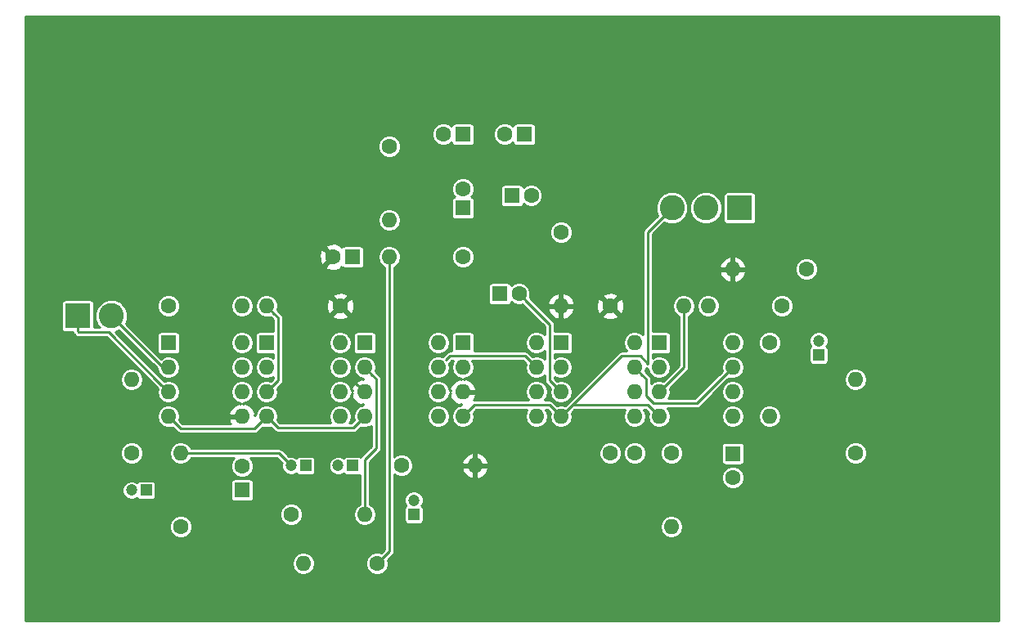
<source format=gbl>
G04 #@! TF.GenerationSoftware,KiCad,Pcbnew,(5.0.0)*
G04 #@! TF.CreationDate,2019-03-26T16:32:36-04:00*
G04 #@! TF.ProjectId,EEG,4545472E6B696361645F706362000000,v01*
G04 #@! TF.SameCoordinates,Original*
G04 #@! TF.FileFunction,Copper,L2,Bot,Signal*
G04 #@! TF.FilePolarity,Positive*
%FSLAX46Y46*%
G04 Gerber Fmt 4.6, Leading zero omitted, Abs format (unit mm)*
G04 Created by KiCad (PCBNEW (5.0.0)) date 03/26/19 16:32:36*
%MOMM*%
%LPD*%
G01*
G04 APERTURE LIST*
G04 #@! TA.AperFunction,ComponentPad*
%ADD10C,1.200000*%
G04 #@! TD*
G04 #@! TA.AperFunction,ComponentPad*
%ADD11R,1.200000X1.200000*%
G04 #@! TD*
G04 #@! TA.AperFunction,ComponentPad*
%ADD12R,1.600000X1.600000*%
G04 #@! TD*
G04 #@! TA.AperFunction,ComponentPad*
%ADD13C,1.600000*%
G04 #@! TD*
G04 #@! TA.AperFunction,ComponentPad*
%ADD14O,1.600000X1.600000*%
G04 #@! TD*
G04 #@! TA.AperFunction,ComponentPad*
%ADD15R,2.600000X2.600000*%
G04 #@! TD*
G04 #@! TA.AperFunction,ComponentPad*
%ADD16C,2.600000*%
G04 #@! TD*
G04 #@! TA.AperFunction,Conductor*
%ADD17C,0.254000*%
G04 #@! TD*
G04 APERTURE END LIST*
D10*
G04 #@! TO.P,C1,2*
G04 #@! TO.N,Net-(C1-Pad2)*
X83590000Y-97790000D03*
D11*
G04 #@! TO.P,C1,1*
G04 #@! TO.N,Net-(C1-Pad1)*
X85090000Y-97790000D03*
G04 #@! TD*
G04 #@! TO.P,C2,1*
G04 #@! TO.N,Net-(C2-Pad1)*
X63730000Y-100330000D03*
D10*
G04 #@! TO.P,C2,2*
G04 #@! TO.N,Net-(C2-Pad2)*
X62230000Y-100330000D03*
G04 #@! TD*
D12*
G04 #@! TO.P,C3,1*
G04 #@! TO.N,Net-(C2-Pad1)*
X73660000Y-100330000D03*
D13*
G04 #@! TO.P,C3,2*
G04 #@! TO.N,Net-(C3-Pad2)*
X73660000Y-97830000D03*
G04 #@! TD*
D11*
G04 #@! TO.P,C4,1*
G04 #@! TO.N,Net-(C1-Pad2)*
X80240000Y-97790000D03*
D10*
G04 #@! TO.P,C4,2*
G04 #@! TO.N,Net-(C4-Pad2)*
X78740000Y-97790000D03*
G04 #@! TD*
G04 #@! TO.P,C5,2*
G04 #@! TO.N,Net-(C1-Pad2)*
X91440000Y-101370000D03*
D11*
G04 #@! TO.P,C5,1*
G04 #@! TO.N,Net-(C5-Pad1)*
X91440000Y-102870000D03*
G04 #@! TD*
D12*
G04 #@! TO.P,C6,1*
G04 #@! TO.N,Net-(C6-Pad1)*
X101600000Y-69850000D03*
D13*
G04 #@! TO.P,C6,2*
G04 #@! TO.N,Net-(C6-Pad2)*
X103600000Y-69850000D03*
G04 #@! TD*
G04 #@! TO.P,C7,2*
G04 #@! TO.N,Net-(C6-Pad1)*
X96520000Y-69120000D03*
D12*
G04 #@! TO.P,C7,1*
G04 #@! TO.N,Net-(C10-Pad1)*
X96520000Y-71120000D03*
G04 #@! TD*
D13*
G04 #@! TO.P,C8,2*
G04 #@! TO.N,Net-(C8-Pad2)*
X100870000Y-63500000D03*
D12*
G04 #@! TO.P,C8,1*
G04 #@! TO.N,Net-(C6-Pad2)*
X102870000Y-63500000D03*
G04 #@! TD*
G04 #@! TO.P,C9,1*
G04 #@! TO.N,Net-(C8-Pad2)*
X96520000Y-63500000D03*
D13*
G04 #@! TO.P,C9,2*
G04 #@! TO.N,Net-(C9-Pad2)*
X94520000Y-63500000D03*
G04 #@! TD*
D12*
G04 #@! TO.P,C10,1*
G04 #@! TO.N,Net-(C10-Pad1)*
X100330000Y-80010000D03*
D13*
G04 #@! TO.P,C10,2*
G04 #@! TO.N,Net-(C10-Pad2)*
X102330000Y-80010000D03*
G04 #@! TD*
D11*
G04 #@! TO.P,C11,1*
G04 #@! TO.N,Net-(C11-Pad1)*
X133350000Y-86360000D03*
D10*
G04 #@! TO.P,C11,2*
G04 #@! TO.N,Net-(C11-Pad2)*
X133350000Y-84860000D03*
G04 #@! TD*
D13*
G04 #@! TO.P,C12,2*
G04 #@! TO.N,Net-(C12-Pad2)*
X124460000Y-99060000D03*
D12*
G04 #@! TO.P,C12,1*
G04 #@! TO.N,Net-(C11-Pad1)*
X124460000Y-96560000D03*
G04 #@! TD*
D13*
G04 #@! TO.P,C13,2*
G04 #@! TO.N,GND*
X83090000Y-76200000D03*
D12*
G04 #@! TO.P,C13,1*
G04 #@! TO.N,Net-(C13-Pad1)*
X85090000Y-76200000D03*
G04 #@! TD*
D13*
G04 #@! TO.P,C14,1*
G04 #@! TO.N,Net-(C14-Pad1)*
X114300000Y-96520000D03*
G04 #@! TO.P,C14,2*
G04 #@! TO.N,Net-(C14-Pad2)*
X111800000Y-96520000D03*
G04 #@! TD*
D14*
G04 #@! TO.P,R1,2*
G04 #@! TO.N,Net-(C5-Pad1)*
X86360000Y-102870000D03*
D13*
G04 #@! TO.P,R1,1*
G04 #@! TO.N,Net-(C1-Pad1)*
X78740000Y-102870000D03*
G04 #@! TD*
D14*
G04 #@! TO.P,R2,2*
G04 #@! TO.N,Net-(C3-Pad2)*
X76200000Y-81280000D03*
D13*
G04 #@! TO.P,R2,1*
G04 #@! TO.N,GND*
X83820000Y-81280000D03*
G04 #@! TD*
G04 #@! TO.P,R3,1*
G04 #@! TO.N,Net-(R3-Pad1)*
X66040000Y-81280000D03*
D14*
G04 #@! TO.P,R3,2*
G04 #@! TO.N,Net-(R3-Pad2)*
X73660000Y-81280000D03*
G04 #@! TD*
G04 #@! TO.P,R4,2*
G04 #@! TO.N,Net-(R4-Pad2)*
X62230000Y-88900000D03*
D13*
G04 #@! TO.P,R4,1*
G04 #@! TO.N,Net-(C2-Pad2)*
X62230000Y-96520000D03*
G04 #@! TD*
G04 #@! TO.P,R5,1*
G04 #@! TO.N,Net-(C2-Pad1)*
X67310000Y-104140000D03*
D14*
G04 #@! TO.P,R5,2*
G04 #@! TO.N,Net-(C4-Pad2)*
X67310000Y-96520000D03*
G04 #@! TD*
D13*
G04 #@! TO.P,R6,1*
G04 #@! TO.N,Net-(C1-Pad2)*
X90170000Y-97790000D03*
D14*
G04 #@! TO.P,R6,2*
G04 #@! TO.N,GND*
X97790000Y-97790000D03*
G04 #@! TD*
D13*
G04 #@! TO.P,R7,1*
G04 #@! TO.N,Net-(C10-Pad1)*
X96520000Y-76200000D03*
D14*
G04 #@! TO.P,R7,2*
G04 #@! TO.N,Net-(C13-Pad1)*
X88900000Y-76200000D03*
G04 #@! TD*
G04 #@! TO.P,R8,2*
G04 #@! TO.N,Net-(C12-Pad2)*
X119380000Y-81280000D03*
D13*
G04 #@! TO.P,R8,1*
G04 #@! TO.N,GND*
X111760000Y-81280000D03*
G04 #@! TD*
D14*
G04 #@! TO.P,R9,2*
G04 #@! TO.N,Net-(C1-Pad1)*
X80010000Y-107950000D03*
D13*
G04 #@! TO.P,R9,1*
G04 #@! TO.N,Net-(C13-Pad1)*
X87630000Y-107950000D03*
G04 #@! TD*
G04 #@! TO.P,R10,1*
G04 #@! TO.N,Net-(C9-Pad2)*
X88900000Y-64770000D03*
D14*
G04 #@! TO.P,R10,2*
G04 #@! TO.N,Net-(C13-Pad1)*
X88900000Y-72390000D03*
G04 #@! TD*
G04 #@! TO.P,R11,2*
G04 #@! TO.N,Net-(C14-Pad1)*
X121920000Y-81280000D03*
D13*
G04 #@! TO.P,R11,1*
G04 #@! TO.N,Net-(C11-Pad2)*
X129540000Y-81280000D03*
G04 #@! TD*
D14*
G04 #@! TO.P,R12,2*
G04 #@! TO.N,GND*
X106680000Y-81280000D03*
D13*
G04 #@! TO.P,R12,1*
G04 #@! TO.N,Net-(C10-Pad2)*
X106680000Y-73660000D03*
G04 #@! TD*
G04 #@! TO.P,R13,1*
G04 #@! TO.N,Net-(C14-Pad1)*
X118110000Y-96520000D03*
D14*
G04 #@! TO.P,R13,2*
G04 #@! TO.N,Net-(C14-Pad2)*
X118110000Y-104140000D03*
G04 #@! TD*
D13*
G04 #@! TO.P,R14,1*
G04 #@! TO.N,Net-(R14-Pad1)*
X128270000Y-85090000D03*
D14*
G04 #@! TO.P,R14,2*
G04 #@! TO.N,Net-(C11-Pad1)*
X128270000Y-92710000D03*
G04 #@! TD*
G04 #@! TO.P,R15,2*
G04 #@! TO.N,Net-(R15-Pad2)*
X137160000Y-88900000D03*
D13*
G04 #@! TO.P,R15,1*
G04 #@! TO.N,Net-(C14-Pad2)*
X137160000Y-96520000D03*
G04 #@! TD*
G04 #@! TO.P,R16,1*
G04 #@! TO.N,Net-(R15-Pad2)*
X132080000Y-77470000D03*
D14*
G04 #@! TO.P,R16,2*
G04 #@! TO.N,GND*
X124460000Y-77470000D03*
G04 #@! TD*
G04 #@! TO.P,U1,8*
G04 #@! TO.N,Net-(R3-Pad2)*
X73660000Y-85090000D03*
G04 #@! TO.P,U1,4*
G04 #@! TO.N,-9V*
X66040000Y-92710000D03*
G04 #@! TO.P,U1,7*
G04 #@! TO.N,+9V*
X73660000Y-87630000D03*
G04 #@! TO.P,U1,3*
G04 #@! TO.N,Net-(J1-Pad1)*
X66040000Y-90170000D03*
G04 #@! TO.P,U1,6*
G04 #@! TO.N,Net-(R4-Pad2)*
X73660000Y-90170000D03*
G04 #@! TO.P,U1,2*
G04 #@! TO.N,Net-(J1-Pad2)*
X66040000Y-87630000D03*
G04 #@! TO.P,U1,5*
G04 #@! TO.N,GND*
X73660000Y-92710000D03*
D12*
G04 #@! TO.P,U1,1*
G04 #@! TO.N,Net-(R3-Pad1)*
X66040000Y-85090000D03*
G04 #@! TD*
G04 #@! TO.P,U2,1*
G04 #@! TO.N,Net-(U2-Pad1)*
X86360000Y-85090000D03*
D14*
G04 #@! TO.P,U2,5*
G04 #@! TO.N,Net-(U2-Pad5)*
X93980000Y-92710000D03*
G04 #@! TO.P,U2,2*
G04 #@! TO.N,Net-(C5-Pad1)*
X86360000Y-87630000D03*
G04 #@! TO.P,U2,6*
G04 #@! TO.N,Net-(C1-Pad1)*
X93980000Y-90170000D03*
G04 #@! TO.P,U2,3*
G04 #@! TO.N,GND*
X86360000Y-90170000D03*
G04 #@! TO.P,U2,7*
G04 #@! TO.N,+9V*
X93980000Y-87630000D03*
G04 #@! TO.P,U2,4*
G04 #@! TO.N,-9V*
X86360000Y-92710000D03*
G04 #@! TO.P,U2,8*
G04 #@! TO.N,Net-(U2-Pad8)*
X93980000Y-85090000D03*
G04 #@! TD*
G04 #@! TO.P,U3,8*
G04 #@! TO.N,Net-(U3-Pad8)*
X83820000Y-85090000D03*
G04 #@! TO.P,U3,4*
G04 #@! TO.N,-9V*
X76200000Y-92710000D03*
G04 #@! TO.P,U3,7*
G04 #@! TO.N,+9V*
X83820000Y-87630000D03*
G04 #@! TO.P,U3,3*
G04 #@! TO.N,Net-(C3-Pad2)*
X76200000Y-90170000D03*
G04 #@! TO.P,U3,6*
G04 #@! TO.N,Net-(C4-Pad2)*
X83820000Y-90170000D03*
G04 #@! TO.P,U3,2*
X76200000Y-87630000D03*
G04 #@! TO.P,U3,5*
G04 #@! TO.N,Net-(U3-Pad5)*
X83820000Y-92710000D03*
D12*
G04 #@! TO.P,U3,1*
G04 #@! TO.N,Net-(U3-Pad1)*
X76200000Y-85090000D03*
G04 #@! TD*
D14*
G04 #@! TO.P,U4,8*
G04 #@! TO.N,Net-(U4-Pad8)*
X104140000Y-85090000D03*
G04 #@! TO.P,U4,4*
G04 #@! TO.N,-9V*
X96520000Y-92710000D03*
G04 #@! TO.P,U4,7*
G04 #@! TO.N,+9V*
X104140000Y-87630000D03*
G04 #@! TO.P,U4,3*
G04 #@! TO.N,GND*
X96520000Y-90170000D03*
G04 #@! TO.P,U4,6*
G04 #@! TO.N,Net-(C10-Pad1)*
X104140000Y-90170000D03*
G04 #@! TO.P,U4,2*
G04 #@! TO.N,Net-(C9-Pad2)*
X96520000Y-87630000D03*
G04 #@! TO.P,U4,5*
G04 #@! TO.N,Net-(U4-Pad5)*
X104140000Y-92710000D03*
D12*
G04 #@! TO.P,U4,1*
G04 #@! TO.N,Net-(U4-Pad1)*
X96520000Y-85090000D03*
G04 #@! TD*
G04 #@! TO.P,U5,1*
G04 #@! TO.N,Net-(U5-Pad1)*
X106680000Y-85090000D03*
D14*
G04 #@! TO.P,U5,5*
G04 #@! TO.N,Net-(U5-Pad5)*
X114300000Y-92710000D03*
G04 #@! TO.P,U5,2*
G04 #@! TO.N,Net-(C14-Pad2)*
X106680000Y-87630000D03*
G04 #@! TO.P,U5,6*
G04 #@! TO.N,Net-(C14-Pad1)*
X114300000Y-90170000D03*
G04 #@! TO.P,U5,3*
G04 #@! TO.N,Net-(C10-Pad2)*
X106680000Y-90170000D03*
G04 #@! TO.P,U5,7*
G04 #@! TO.N,+9V*
X114300000Y-87630000D03*
G04 #@! TO.P,U5,4*
G04 #@! TO.N,-9V*
X106680000Y-92710000D03*
G04 #@! TO.P,U5,8*
G04 #@! TO.N,Net-(U5-Pad8)*
X114300000Y-85090000D03*
G04 #@! TD*
D12*
G04 #@! TO.P,U6,1*
G04 #@! TO.N,Net-(U6-Pad1)*
X116840000Y-85090000D03*
D14*
G04 #@! TO.P,U6,5*
G04 #@! TO.N,Net-(U6-Pad5)*
X124460000Y-92710000D03*
G04 #@! TO.P,U6,2*
G04 #@! TO.N,Net-(R14-Pad1)*
X116840000Y-87630000D03*
G04 #@! TO.P,U6,6*
X124460000Y-90170000D03*
G04 #@! TO.P,U6,3*
G04 #@! TO.N,Net-(C12-Pad2)*
X116840000Y-90170000D03*
G04 #@! TO.P,U6,7*
G04 #@! TO.N,+9V*
X124460000Y-87630000D03*
G04 #@! TO.P,U6,4*
G04 #@! TO.N,-9V*
X116840000Y-92710000D03*
G04 #@! TO.P,U6,8*
G04 #@! TO.N,Net-(U6-Pad8)*
X124460000Y-85090000D03*
G04 #@! TD*
D15*
G04 #@! TO.P,J1,1*
G04 #@! TO.N,Net-(J1-Pad1)*
X56642000Y-82296000D03*
D16*
G04 #@! TO.P,J1,2*
G04 #@! TO.N,Net-(J1-Pad2)*
X60142000Y-82296000D03*
G04 #@! TD*
D15*
G04 #@! TO.P,J2,1*
G04 #@! TO.N,Net-(C11-Pad2)*
X125166000Y-71120000D03*
D16*
G04 #@! TO.P,J2,2*
G04 #@! TO.N,+9V*
X121666000Y-71120000D03*
G04 #@! TO.P,J2,3*
G04 #@! TO.N,-9V*
X118166000Y-71120000D03*
G04 #@! TD*
D17*
G04 #@! TO.N,Net-(C3-Pad2)*
X76999999Y-82079999D02*
X76200000Y-81280000D01*
X77381001Y-82461001D02*
X76999999Y-82079999D01*
X77381001Y-88988999D02*
X77381001Y-82461001D01*
X76200000Y-90170000D02*
X77381001Y-88988999D01*
G04 #@! TO.N,Net-(C4-Pad2)*
X77470000Y-96520000D02*
X78740000Y-97790000D01*
X67310000Y-96520000D02*
X77470000Y-96520000D01*
G04 #@! TO.N,Net-(C5-Pad1)*
X87159999Y-88429999D02*
X86360000Y-87630000D01*
X87541001Y-88811001D02*
X87159999Y-88429999D01*
X87541001Y-95993197D02*
X87541001Y-88811001D01*
X86360000Y-97174198D02*
X87541001Y-95993197D01*
X86360000Y-102870000D02*
X86360000Y-97174198D01*
G04 #@! TO.N,Net-(C10-Pad2)*
X103129999Y-80809999D02*
X102330000Y-80010000D01*
X105498999Y-83178999D02*
X103129999Y-80809999D01*
X105498999Y-88988999D02*
X105498999Y-83178999D01*
X106680000Y-90170000D02*
X105498999Y-88988999D01*
G04 #@! TO.N,Net-(C12-Pad2)*
X119380000Y-87630000D02*
X119380000Y-81280000D01*
X116840000Y-90170000D02*
X119380000Y-87630000D01*
G04 #@! TO.N,GND*
X85560001Y-89370001D02*
X86360000Y-90170000D01*
X85178999Y-88988999D02*
X85560001Y-89370001D01*
X85178999Y-82638999D02*
X85178999Y-88988999D01*
X83820000Y-81280000D02*
X85178999Y-82638999D01*
G04 #@! TO.N,Net-(C13-Pad1)*
X88900000Y-106680000D02*
X87630000Y-107950000D01*
X88900000Y-76200000D02*
X88900000Y-106680000D01*
G04 #@! TO.N,-9V*
X107861001Y-91528999D02*
X107479999Y-91910001D01*
X115658999Y-91528999D02*
X107861001Y-91528999D01*
X116840000Y-92710000D02*
X115658999Y-91528999D01*
X97319999Y-91910001D02*
X96520000Y-92710000D01*
X97701001Y-91528999D02*
X97319999Y-91910001D01*
X105498999Y-91528999D02*
X97701001Y-91528999D01*
X106680000Y-92710000D02*
X105498999Y-91528999D01*
X75400001Y-93509999D02*
X76200000Y-92710000D01*
X74930000Y-93980000D02*
X75400001Y-93509999D01*
X67310000Y-93980000D02*
X74930000Y-93980000D01*
X66040000Y-92710000D02*
X67310000Y-93980000D01*
X85560001Y-93509999D02*
X86360000Y-92710000D01*
X85178999Y-93891001D02*
X85560001Y-93509999D01*
X77381001Y-93891001D02*
X85178999Y-93891001D01*
X76200000Y-92710000D02*
X77381001Y-93891001D01*
X107479999Y-91910001D02*
X106680000Y-92710000D01*
X112941001Y-86448999D02*
X107479999Y-91910001D01*
X114866881Y-86448999D02*
X112941001Y-86448999D01*
X115658999Y-87241117D02*
X114866881Y-86448999D01*
X115658999Y-73627001D02*
X115658999Y-87241117D01*
X118166000Y-71120000D02*
X115658999Y-73627001D01*
G04 #@! TO.N,+9V*
X115099999Y-88429999D02*
X114300000Y-87630000D01*
X115481001Y-88811001D02*
X115099999Y-88429999D01*
X115481001Y-90558883D02*
X115481001Y-88811001D01*
X116273119Y-91351001D02*
X115481001Y-90558883D01*
X120738999Y-91351001D02*
X116273119Y-91351001D01*
X124460000Y-87630000D02*
X120738999Y-91351001D01*
X95161001Y-86448999D02*
X94779999Y-86830001D01*
X104140000Y-87630000D02*
X102958999Y-86448999D01*
X102958999Y-86448999D02*
X95161001Y-86448999D01*
G04 #@! TO.N,Net-(J1-Pad1)*
X65240001Y-89370001D02*
X66040000Y-90170000D01*
X59847001Y-83977001D02*
X65240001Y-89370001D01*
X56769001Y-83977001D02*
X59847001Y-83977001D01*
X56642000Y-83850000D02*
X56769001Y-83977001D01*
X56642000Y-82296000D02*
X56642000Y-83850000D01*
G04 #@! TO.N,Net-(J1-Pad2)*
X65476000Y-87630000D02*
X66040000Y-87630000D01*
X60142000Y-82296000D02*
X65476000Y-87630000D01*
G04 #@! TD*
G04 #@! TO.N,GND*
G36*
X151944000Y-113844000D02*
X51256000Y-113844000D01*
X51256000Y-107950000D01*
X78805863Y-107950000D01*
X78897522Y-108410803D01*
X79158547Y-108801453D01*
X79549197Y-109062478D01*
X79893682Y-109131000D01*
X80126318Y-109131000D01*
X80470803Y-109062478D01*
X80861453Y-108801453D01*
X81122478Y-108410803D01*
X81214137Y-107950000D01*
X81167410Y-107715085D01*
X86449000Y-107715085D01*
X86449000Y-108184915D01*
X86628797Y-108618983D01*
X86961017Y-108951203D01*
X87395085Y-109131000D01*
X87864915Y-109131000D01*
X88298983Y-108951203D01*
X88631203Y-108618983D01*
X88811000Y-108184915D01*
X88811000Y-107715085D01*
X88744319Y-107554102D01*
X89223835Y-107074586D01*
X89266247Y-107046247D01*
X89294586Y-107003835D01*
X89294588Y-107003833D01*
X89378525Y-106878212D01*
X89386619Y-106837522D01*
X89408000Y-106730032D01*
X89408000Y-106730029D01*
X89417951Y-106680001D01*
X89408000Y-106629973D01*
X89408000Y-104140000D01*
X116905863Y-104140000D01*
X116997522Y-104600803D01*
X117258547Y-104991453D01*
X117649197Y-105252478D01*
X117993682Y-105321000D01*
X118226318Y-105321000D01*
X118570803Y-105252478D01*
X118961453Y-104991453D01*
X119222478Y-104600803D01*
X119314137Y-104140000D01*
X119222478Y-103679197D01*
X118961453Y-103288547D01*
X118570803Y-103027522D01*
X118226318Y-102959000D01*
X117993682Y-102959000D01*
X117649197Y-103027522D01*
X117258547Y-103288547D01*
X116997522Y-103679197D01*
X116905863Y-104140000D01*
X89408000Y-104140000D01*
X89408000Y-102270000D01*
X90451536Y-102270000D01*
X90451536Y-103470000D01*
X90481106Y-103618659D01*
X90565314Y-103744686D01*
X90691341Y-103828894D01*
X90840000Y-103858464D01*
X92040000Y-103858464D01*
X92188659Y-103828894D01*
X92314686Y-103744686D01*
X92398894Y-103618659D01*
X92428464Y-103470000D01*
X92428464Y-102270000D01*
X92398894Y-102121341D01*
X92314686Y-101995314D01*
X92247153Y-101950191D01*
X92271652Y-101925692D01*
X92421000Y-101565133D01*
X92421000Y-101174867D01*
X92271652Y-100814308D01*
X91995692Y-100538348D01*
X91635133Y-100389000D01*
X91244867Y-100389000D01*
X90884308Y-100538348D01*
X90608348Y-100814308D01*
X90459000Y-101174867D01*
X90459000Y-101565133D01*
X90608348Y-101925692D01*
X90632847Y-101950191D01*
X90565314Y-101995314D01*
X90481106Y-102121341D01*
X90451536Y-102270000D01*
X89408000Y-102270000D01*
X89408000Y-98698186D01*
X89501017Y-98791203D01*
X89935085Y-98971000D01*
X90404915Y-98971000D01*
X90838983Y-98791203D01*
X91171203Y-98458983D01*
X91303728Y-98139039D01*
X96398096Y-98139039D01*
X96558959Y-98527423D01*
X96934866Y-98942389D01*
X97440959Y-99181914D01*
X97663000Y-99060629D01*
X97663000Y-97917000D01*
X97917000Y-97917000D01*
X97917000Y-99060629D01*
X98139041Y-99181914D01*
X98645134Y-98942389D01*
X98751396Y-98825085D01*
X123279000Y-98825085D01*
X123279000Y-99294915D01*
X123458797Y-99728983D01*
X123791017Y-100061203D01*
X124225085Y-100241000D01*
X124694915Y-100241000D01*
X125128983Y-100061203D01*
X125461203Y-99728983D01*
X125641000Y-99294915D01*
X125641000Y-98825085D01*
X125461203Y-98391017D01*
X125128983Y-98058797D01*
X124694915Y-97879000D01*
X124225085Y-97879000D01*
X123791017Y-98058797D01*
X123458797Y-98391017D01*
X123279000Y-98825085D01*
X98751396Y-98825085D01*
X99021041Y-98527423D01*
X99181904Y-98139039D01*
X99059915Y-97917000D01*
X97917000Y-97917000D01*
X97663000Y-97917000D01*
X96520085Y-97917000D01*
X96398096Y-98139039D01*
X91303728Y-98139039D01*
X91351000Y-98024915D01*
X91351000Y-97555085D01*
X91303729Y-97440961D01*
X96398096Y-97440961D01*
X96520085Y-97663000D01*
X97663000Y-97663000D01*
X97663000Y-96519371D01*
X97917000Y-96519371D01*
X97917000Y-97663000D01*
X99059915Y-97663000D01*
X99181904Y-97440961D01*
X99021041Y-97052577D01*
X98645134Y-96637611D01*
X98139041Y-96398086D01*
X97917000Y-96519371D01*
X97663000Y-96519371D01*
X97440959Y-96398086D01*
X96934866Y-96637611D01*
X96558959Y-97052577D01*
X96398096Y-97440961D01*
X91303729Y-97440961D01*
X91171203Y-97121017D01*
X90838983Y-96788797D01*
X90404915Y-96609000D01*
X89935085Y-96609000D01*
X89501017Y-96788797D01*
X89408000Y-96881814D01*
X89408000Y-96285085D01*
X110619000Y-96285085D01*
X110619000Y-96754915D01*
X110798797Y-97188983D01*
X111131017Y-97521203D01*
X111565085Y-97701000D01*
X112034915Y-97701000D01*
X112468983Y-97521203D01*
X112801203Y-97188983D01*
X112981000Y-96754915D01*
X112981000Y-96285085D01*
X113119000Y-96285085D01*
X113119000Y-96754915D01*
X113298797Y-97188983D01*
X113631017Y-97521203D01*
X114065085Y-97701000D01*
X114534915Y-97701000D01*
X114968983Y-97521203D01*
X115301203Y-97188983D01*
X115481000Y-96754915D01*
X115481000Y-96285085D01*
X116929000Y-96285085D01*
X116929000Y-96754915D01*
X117108797Y-97188983D01*
X117441017Y-97521203D01*
X117875085Y-97701000D01*
X118344915Y-97701000D01*
X118778983Y-97521203D01*
X119111203Y-97188983D01*
X119291000Y-96754915D01*
X119291000Y-96285085D01*
X119111203Y-95851017D01*
X119020186Y-95760000D01*
X123271536Y-95760000D01*
X123271536Y-97360000D01*
X123301106Y-97508659D01*
X123385314Y-97634686D01*
X123511341Y-97718894D01*
X123660000Y-97748464D01*
X125260000Y-97748464D01*
X125408659Y-97718894D01*
X125534686Y-97634686D01*
X125618894Y-97508659D01*
X125648464Y-97360000D01*
X125648464Y-96285085D01*
X135979000Y-96285085D01*
X135979000Y-96754915D01*
X136158797Y-97188983D01*
X136491017Y-97521203D01*
X136925085Y-97701000D01*
X137394915Y-97701000D01*
X137828983Y-97521203D01*
X138161203Y-97188983D01*
X138341000Y-96754915D01*
X138341000Y-96285085D01*
X138161203Y-95851017D01*
X137828983Y-95518797D01*
X137394915Y-95339000D01*
X136925085Y-95339000D01*
X136491017Y-95518797D01*
X136158797Y-95851017D01*
X135979000Y-96285085D01*
X125648464Y-96285085D01*
X125648464Y-95760000D01*
X125618894Y-95611341D01*
X125534686Y-95485314D01*
X125408659Y-95401106D01*
X125260000Y-95371536D01*
X123660000Y-95371536D01*
X123511341Y-95401106D01*
X123385314Y-95485314D01*
X123301106Y-95611341D01*
X123271536Y-95760000D01*
X119020186Y-95760000D01*
X118778983Y-95518797D01*
X118344915Y-95339000D01*
X117875085Y-95339000D01*
X117441017Y-95518797D01*
X117108797Y-95851017D01*
X116929000Y-96285085D01*
X115481000Y-96285085D01*
X115301203Y-95851017D01*
X114968983Y-95518797D01*
X114534915Y-95339000D01*
X114065085Y-95339000D01*
X113631017Y-95518797D01*
X113298797Y-95851017D01*
X113119000Y-96285085D01*
X112981000Y-96285085D01*
X112801203Y-95851017D01*
X112468983Y-95518797D01*
X112034915Y-95339000D01*
X111565085Y-95339000D01*
X111131017Y-95518797D01*
X110798797Y-95851017D01*
X110619000Y-96285085D01*
X89408000Y-96285085D01*
X89408000Y-92710000D01*
X92775863Y-92710000D01*
X92867522Y-93170803D01*
X93128547Y-93561453D01*
X93519197Y-93822478D01*
X93863682Y-93891000D01*
X94096318Y-93891000D01*
X94440803Y-93822478D01*
X94831453Y-93561453D01*
X95092478Y-93170803D01*
X95184137Y-92710000D01*
X95092478Y-92249197D01*
X94831453Y-91858547D01*
X94440803Y-91597522D01*
X94096318Y-91529000D01*
X93863682Y-91529000D01*
X93519197Y-91597522D01*
X93128547Y-91858547D01*
X92867522Y-92249197D01*
X92775863Y-92710000D01*
X89408000Y-92710000D01*
X89408000Y-87630000D01*
X92775863Y-87630000D01*
X92867522Y-88090803D01*
X93128547Y-88481453D01*
X93519197Y-88742478D01*
X93863682Y-88811000D01*
X94096318Y-88811000D01*
X94440803Y-88742478D01*
X94831453Y-88481453D01*
X95092478Y-88090803D01*
X95184137Y-87630000D01*
X95103535Y-87224787D01*
X95103831Y-87224589D01*
X95371422Y-86956999D01*
X95549309Y-86956999D01*
X95407522Y-87169197D01*
X95315863Y-87630000D01*
X95407522Y-88090803D01*
X95668547Y-88481453D01*
X96059197Y-88742478D01*
X96392998Y-88808875D01*
X96392998Y-88899370D01*
X96170959Y-88778086D01*
X95664866Y-89017611D01*
X95288959Y-89432577D01*
X95128096Y-89820961D01*
X95250084Y-90042998D01*
X95158875Y-90042998D01*
X95092478Y-89709197D01*
X94831453Y-89318547D01*
X94440803Y-89057522D01*
X94096318Y-88989000D01*
X93863682Y-88989000D01*
X93519197Y-89057522D01*
X93128547Y-89318547D01*
X92867522Y-89709197D01*
X92775863Y-90170000D01*
X92867522Y-90630803D01*
X93128547Y-91021453D01*
X93519197Y-91282478D01*
X93863682Y-91351000D01*
X94096318Y-91351000D01*
X94440803Y-91282478D01*
X94831453Y-91021453D01*
X95092478Y-90630803D01*
X95158875Y-90297002D01*
X95250084Y-90297002D01*
X95128096Y-90519039D01*
X95288959Y-90907423D01*
X95664866Y-91322389D01*
X96170959Y-91561914D01*
X96392998Y-91440630D01*
X96392998Y-91531125D01*
X96059197Y-91597522D01*
X95668547Y-91858547D01*
X95407522Y-92249197D01*
X95315863Y-92710000D01*
X95407522Y-93170803D01*
X95668547Y-93561453D01*
X96059197Y-93822478D01*
X96403682Y-93891000D01*
X96636318Y-93891000D01*
X96980803Y-93822478D01*
X97371453Y-93561453D01*
X97632478Y-93170803D01*
X97724137Y-92710000D01*
X97643552Y-92304868D01*
X97714586Y-92233834D01*
X97911422Y-92036999D01*
X103169309Y-92036999D01*
X103027522Y-92249197D01*
X102935863Y-92710000D01*
X103027522Y-93170803D01*
X103288547Y-93561453D01*
X103679197Y-93822478D01*
X104023682Y-93891000D01*
X104256318Y-93891000D01*
X104600803Y-93822478D01*
X104991453Y-93561453D01*
X105252478Y-93170803D01*
X105344137Y-92710000D01*
X105252478Y-92249197D01*
X105110691Y-92036999D01*
X105288579Y-92036999D01*
X105556448Y-92304869D01*
X105475863Y-92710000D01*
X105567522Y-93170803D01*
X105828547Y-93561453D01*
X106219197Y-93822478D01*
X106563682Y-93891000D01*
X106796318Y-93891000D01*
X107140803Y-93822478D01*
X107531453Y-93561453D01*
X107792478Y-93170803D01*
X107884137Y-92710000D01*
X107803552Y-92304868D01*
X107874586Y-92233834D01*
X108071422Y-92036999D01*
X113329309Y-92036999D01*
X113187522Y-92249197D01*
X113095863Y-92710000D01*
X113187522Y-93170803D01*
X113448547Y-93561453D01*
X113839197Y-93822478D01*
X114183682Y-93891000D01*
X114416318Y-93891000D01*
X114760803Y-93822478D01*
X115151453Y-93561453D01*
X115412478Y-93170803D01*
X115504137Y-92710000D01*
X115412478Y-92249197D01*
X115270691Y-92036999D01*
X115448579Y-92036999D01*
X115716448Y-92304869D01*
X115635863Y-92710000D01*
X115727522Y-93170803D01*
X115988547Y-93561453D01*
X116379197Y-93822478D01*
X116723682Y-93891000D01*
X116956318Y-93891000D01*
X117300803Y-93822478D01*
X117691453Y-93561453D01*
X117952478Y-93170803D01*
X118044137Y-92710000D01*
X123255863Y-92710000D01*
X123347522Y-93170803D01*
X123608547Y-93561453D01*
X123999197Y-93822478D01*
X124343682Y-93891000D01*
X124576318Y-93891000D01*
X124920803Y-93822478D01*
X125311453Y-93561453D01*
X125572478Y-93170803D01*
X125664137Y-92710000D01*
X127065863Y-92710000D01*
X127157522Y-93170803D01*
X127418547Y-93561453D01*
X127809197Y-93822478D01*
X128153682Y-93891000D01*
X128386318Y-93891000D01*
X128730803Y-93822478D01*
X129121453Y-93561453D01*
X129382478Y-93170803D01*
X129474137Y-92710000D01*
X129382478Y-92249197D01*
X129121453Y-91858547D01*
X128730803Y-91597522D01*
X128386318Y-91529000D01*
X128153682Y-91529000D01*
X127809197Y-91597522D01*
X127418547Y-91858547D01*
X127157522Y-92249197D01*
X127065863Y-92710000D01*
X125664137Y-92710000D01*
X125572478Y-92249197D01*
X125311453Y-91858547D01*
X124920803Y-91597522D01*
X124576318Y-91529000D01*
X124343682Y-91529000D01*
X123999197Y-91597522D01*
X123608547Y-91858547D01*
X123347522Y-92249197D01*
X123255863Y-92710000D01*
X118044137Y-92710000D01*
X117952478Y-92249197D01*
X117691756Y-91859001D01*
X120688971Y-91859001D01*
X120738999Y-91868952D01*
X120789027Y-91859001D01*
X120789031Y-91859001D01*
X120937211Y-91829526D01*
X121105246Y-91717248D01*
X121133587Y-91674833D01*
X122638420Y-90170000D01*
X123255863Y-90170000D01*
X123347522Y-90630803D01*
X123608547Y-91021453D01*
X123999197Y-91282478D01*
X124343682Y-91351000D01*
X124576318Y-91351000D01*
X124920803Y-91282478D01*
X125311453Y-91021453D01*
X125572478Y-90630803D01*
X125664137Y-90170000D01*
X125572478Y-89709197D01*
X125311453Y-89318547D01*
X124920803Y-89057522D01*
X124576318Y-88989000D01*
X124343682Y-88989000D01*
X123999197Y-89057522D01*
X123608547Y-89318547D01*
X123347522Y-89709197D01*
X123255863Y-90170000D01*
X122638420Y-90170000D01*
X123908420Y-88900000D01*
X135955863Y-88900000D01*
X136047522Y-89360803D01*
X136308547Y-89751453D01*
X136699197Y-90012478D01*
X137043682Y-90081000D01*
X137276318Y-90081000D01*
X137620803Y-90012478D01*
X138011453Y-89751453D01*
X138272478Y-89360803D01*
X138364137Y-88900000D01*
X138272478Y-88439197D01*
X138011453Y-88048547D01*
X137620803Y-87787522D01*
X137276318Y-87719000D01*
X137043682Y-87719000D01*
X136699197Y-87787522D01*
X136308547Y-88048547D01*
X136047522Y-88439197D01*
X135955863Y-88900000D01*
X123908420Y-88900000D01*
X124054869Y-88753552D01*
X124343682Y-88811000D01*
X124576318Y-88811000D01*
X124920803Y-88742478D01*
X125311453Y-88481453D01*
X125572478Y-88090803D01*
X125664137Y-87630000D01*
X125572478Y-87169197D01*
X125311453Y-86778547D01*
X124920803Y-86517522D01*
X124576318Y-86449000D01*
X124343682Y-86449000D01*
X123999197Y-86517522D01*
X123608547Y-86778547D01*
X123347522Y-87169197D01*
X123255863Y-87630000D01*
X123336448Y-88035131D01*
X120528579Y-90843001D01*
X117810691Y-90843001D01*
X117952478Y-90630803D01*
X118044137Y-90170000D01*
X117963552Y-89764868D01*
X119703833Y-88024587D01*
X119746247Y-87996247D01*
X119858525Y-87828212D01*
X119888000Y-87680032D01*
X119888000Y-87680029D01*
X119897951Y-87630001D01*
X119888000Y-87579973D01*
X119888000Y-85090000D01*
X123255863Y-85090000D01*
X123347522Y-85550803D01*
X123608547Y-85941453D01*
X123999197Y-86202478D01*
X124343682Y-86271000D01*
X124576318Y-86271000D01*
X124920803Y-86202478D01*
X125311453Y-85941453D01*
X125572478Y-85550803D01*
X125664137Y-85090000D01*
X125617410Y-84855085D01*
X127089000Y-84855085D01*
X127089000Y-85324915D01*
X127268797Y-85758983D01*
X127601017Y-86091203D01*
X128035085Y-86271000D01*
X128504915Y-86271000D01*
X128938983Y-86091203D01*
X129270186Y-85760000D01*
X132361536Y-85760000D01*
X132361536Y-86960000D01*
X132391106Y-87108659D01*
X132475314Y-87234686D01*
X132601341Y-87318894D01*
X132750000Y-87348464D01*
X133950000Y-87348464D01*
X134098659Y-87318894D01*
X134224686Y-87234686D01*
X134308894Y-87108659D01*
X134338464Y-86960000D01*
X134338464Y-85760000D01*
X134308894Y-85611341D01*
X134224686Y-85485314D01*
X134157153Y-85440191D01*
X134181652Y-85415692D01*
X134331000Y-85055133D01*
X134331000Y-84664867D01*
X134181652Y-84304308D01*
X133905692Y-84028348D01*
X133545133Y-83879000D01*
X133154867Y-83879000D01*
X132794308Y-84028348D01*
X132518348Y-84304308D01*
X132369000Y-84664867D01*
X132369000Y-85055133D01*
X132518348Y-85415692D01*
X132542847Y-85440191D01*
X132475314Y-85485314D01*
X132391106Y-85611341D01*
X132361536Y-85760000D01*
X129270186Y-85760000D01*
X129271203Y-85758983D01*
X129451000Y-85324915D01*
X129451000Y-84855085D01*
X129271203Y-84421017D01*
X128938983Y-84088797D01*
X128504915Y-83909000D01*
X128035085Y-83909000D01*
X127601017Y-84088797D01*
X127268797Y-84421017D01*
X127089000Y-84855085D01*
X125617410Y-84855085D01*
X125572478Y-84629197D01*
X125311453Y-84238547D01*
X124920803Y-83977522D01*
X124576318Y-83909000D01*
X124343682Y-83909000D01*
X123999197Y-83977522D01*
X123608547Y-84238547D01*
X123347522Y-84629197D01*
X123255863Y-85090000D01*
X119888000Y-85090000D01*
X119888000Y-82360942D01*
X120231453Y-82131453D01*
X120492478Y-81740803D01*
X120584137Y-81280000D01*
X120715863Y-81280000D01*
X120807522Y-81740803D01*
X121068547Y-82131453D01*
X121459197Y-82392478D01*
X121803682Y-82461000D01*
X122036318Y-82461000D01*
X122380803Y-82392478D01*
X122771453Y-82131453D01*
X123032478Y-81740803D01*
X123124137Y-81280000D01*
X123077410Y-81045085D01*
X128359000Y-81045085D01*
X128359000Y-81514915D01*
X128538797Y-81948983D01*
X128871017Y-82281203D01*
X129305085Y-82461000D01*
X129774915Y-82461000D01*
X130208983Y-82281203D01*
X130541203Y-81948983D01*
X130721000Y-81514915D01*
X130721000Y-81045085D01*
X130541203Y-80611017D01*
X130208983Y-80278797D01*
X129774915Y-80099000D01*
X129305085Y-80099000D01*
X128871017Y-80278797D01*
X128538797Y-80611017D01*
X128359000Y-81045085D01*
X123077410Y-81045085D01*
X123032478Y-80819197D01*
X122771453Y-80428547D01*
X122380803Y-80167522D01*
X122036318Y-80099000D01*
X121803682Y-80099000D01*
X121459197Y-80167522D01*
X121068547Y-80428547D01*
X120807522Y-80819197D01*
X120715863Y-81280000D01*
X120584137Y-81280000D01*
X120492478Y-80819197D01*
X120231453Y-80428547D01*
X119840803Y-80167522D01*
X119496318Y-80099000D01*
X119263682Y-80099000D01*
X118919197Y-80167522D01*
X118528547Y-80428547D01*
X118267522Y-80819197D01*
X118175863Y-81280000D01*
X118267522Y-81740803D01*
X118528547Y-82131453D01*
X118872001Y-82360942D01*
X118872000Y-87419580D01*
X117245132Y-89046448D01*
X116956318Y-88989000D01*
X116723682Y-88989000D01*
X116379197Y-89057522D01*
X115989001Y-89318244D01*
X115989001Y-88861028D01*
X115998952Y-88811000D01*
X115989001Y-88760972D01*
X115989001Y-88760969D01*
X115959526Y-88612789D01*
X115947246Y-88594411D01*
X115875589Y-88487168D01*
X115875587Y-88487166D01*
X115847248Y-88444754D01*
X115804836Y-88416415D01*
X115423831Y-88035411D01*
X115423552Y-88035132D01*
X115485335Y-87724525D01*
X115500214Y-87727484D01*
X115658999Y-87759069D01*
X115661440Y-87758584D01*
X115727522Y-88090803D01*
X115988547Y-88481453D01*
X116379197Y-88742478D01*
X116723682Y-88811000D01*
X116956318Y-88811000D01*
X117300803Y-88742478D01*
X117691453Y-88481453D01*
X117952478Y-88090803D01*
X118044137Y-87630000D01*
X117952478Y-87169197D01*
X117691453Y-86778547D01*
X117300803Y-86517522D01*
X116956318Y-86449000D01*
X116723682Y-86449000D01*
X116379197Y-86517522D01*
X116166999Y-86659309D01*
X116166999Y-86278464D01*
X117640000Y-86278464D01*
X117788659Y-86248894D01*
X117914686Y-86164686D01*
X117998894Y-86038659D01*
X118028464Y-85890000D01*
X118028464Y-84290000D01*
X117998894Y-84141341D01*
X117914686Y-84015314D01*
X117788659Y-83931106D01*
X117640000Y-83901536D01*
X116166999Y-83901536D01*
X116166999Y-77819039D01*
X123068096Y-77819039D01*
X123228959Y-78207423D01*
X123604866Y-78622389D01*
X124110959Y-78861914D01*
X124333000Y-78740629D01*
X124333000Y-77597000D01*
X124587000Y-77597000D01*
X124587000Y-78740629D01*
X124809041Y-78861914D01*
X125315134Y-78622389D01*
X125691041Y-78207423D01*
X125851904Y-77819039D01*
X125729915Y-77597000D01*
X124587000Y-77597000D01*
X124333000Y-77597000D01*
X123190085Y-77597000D01*
X123068096Y-77819039D01*
X116166999Y-77819039D01*
X116166999Y-77120961D01*
X123068096Y-77120961D01*
X123190085Y-77343000D01*
X124333000Y-77343000D01*
X124333000Y-76199371D01*
X124587000Y-76199371D01*
X124587000Y-77343000D01*
X125729915Y-77343000D01*
X125789203Y-77235085D01*
X130899000Y-77235085D01*
X130899000Y-77704915D01*
X131078797Y-78138983D01*
X131411017Y-78471203D01*
X131845085Y-78651000D01*
X132314915Y-78651000D01*
X132748983Y-78471203D01*
X133081203Y-78138983D01*
X133261000Y-77704915D01*
X133261000Y-77235085D01*
X133081203Y-76801017D01*
X132748983Y-76468797D01*
X132314915Y-76289000D01*
X131845085Y-76289000D01*
X131411017Y-76468797D01*
X131078797Y-76801017D01*
X130899000Y-77235085D01*
X125789203Y-77235085D01*
X125851904Y-77120961D01*
X125691041Y-76732577D01*
X125315134Y-76317611D01*
X124809041Y-76078086D01*
X124587000Y-76199371D01*
X124333000Y-76199371D01*
X124110959Y-76078086D01*
X123604866Y-76317611D01*
X123228959Y-76732577D01*
X123068096Y-77120961D01*
X116166999Y-77120961D01*
X116166999Y-73837421D01*
X117387418Y-72617002D01*
X117831628Y-72801000D01*
X118500372Y-72801000D01*
X119118210Y-72545083D01*
X119591083Y-72072210D01*
X119847000Y-71454372D01*
X119847000Y-70785628D01*
X119985000Y-70785628D01*
X119985000Y-71454372D01*
X120240917Y-72072210D01*
X120713790Y-72545083D01*
X121331628Y-72801000D01*
X122000372Y-72801000D01*
X122618210Y-72545083D01*
X123091083Y-72072210D01*
X123347000Y-71454372D01*
X123347000Y-70785628D01*
X123091083Y-70167790D01*
X122743293Y-69820000D01*
X123477536Y-69820000D01*
X123477536Y-72420000D01*
X123507106Y-72568659D01*
X123591314Y-72694686D01*
X123717341Y-72778894D01*
X123866000Y-72808464D01*
X126466000Y-72808464D01*
X126614659Y-72778894D01*
X126740686Y-72694686D01*
X126824894Y-72568659D01*
X126854464Y-72420000D01*
X126854464Y-69820000D01*
X126824894Y-69671341D01*
X126740686Y-69545314D01*
X126614659Y-69461106D01*
X126466000Y-69431536D01*
X123866000Y-69431536D01*
X123717341Y-69461106D01*
X123591314Y-69545314D01*
X123507106Y-69671341D01*
X123477536Y-69820000D01*
X122743293Y-69820000D01*
X122618210Y-69694917D01*
X122000372Y-69439000D01*
X121331628Y-69439000D01*
X120713790Y-69694917D01*
X120240917Y-70167790D01*
X119985000Y-70785628D01*
X119847000Y-70785628D01*
X119591083Y-70167790D01*
X119118210Y-69694917D01*
X118500372Y-69439000D01*
X117831628Y-69439000D01*
X117213790Y-69694917D01*
X116740917Y-70167790D01*
X116485000Y-70785628D01*
X116485000Y-71454372D01*
X116668998Y-71898582D01*
X115335167Y-73232413D01*
X115292752Y-73260754D01*
X115180474Y-73428790D01*
X115150999Y-73576970D01*
X115150999Y-73576973D01*
X115141048Y-73627001D01*
X115150999Y-73677029D01*
X115151000Y-84238244D01*
X114760803Y-83977522D01*
X114416318Y-83909000D01*
X114183682Y-83909000D01*
X113839197Y-83977522D01*
X113448547Y-84238547D01*
X113187522Y-84629197D01*
X113095863Y-85090000D01*
X113187522Y-85550803D01*
X113448244Y-85940999D01*
X112991028Y-85940999D01*
X112941000Y-85931048D01*
X112890972Y-85940999D01*
X112890969Y-85940999D01*
X112742789Y-85970474D01*
X112617168Y-86054411D01*
X112617166Y-86054413D01*
X112574754Y-86082752D01*
X112546415Y-86125164D01*
X107537171Y-91134409D01*
X107537168Y-91134411D01*
X107537166Y-91134413D01*
X107494754Y-91162752D01*
X107466415Y-91205164D01*
X107279530Y-91392050D01*
X107085132Y-91586448D01*
X106796318Y-91529000D01*
X106563682Y-91529000D01*
X106274869Y-91586448D01*
X105893587Y-91205167D01*
X105865246Y-91162752D01*
X105697211Y-91050474D01*
X105549031Y-91020999D01*
X105549027Y-91020999D01*
X105498999Y-91011048D01*
X105448971Y-91020999D01*
X104991756Y-91020999D01*
X105252478Y-90630803D01*
X105344137Y-90170000D01*
X105252478Y-89709197D01*
X104991453Y-89318547D01*
X104600803Y-89057522D01*
X104256318Y-88989000D01*
X104023682Y-88989000D01*
X103679197Y-89057522D01*
X103288547Y-89318547D01*
X103027522Y-89709197D01*
X102935863Y-90170000D01*
X103027522Y-90630803D01*
X103288244Y-91020999D01*
X97751028Y-91020999D01*
X97701000Y-91011048D01*
X97650972Y-91020999D01*
X97650969Y-91020999D01*
X97647537Y-91021682D01*
X97751041Y-90907423D01*
X97911904Y-90519039D01*
X97789915Y-90297000D01*
X96647000Y-90297000D01*
X96647000Y-90317000D01*
X96393000Y-90317000D01*
X96393000Y-90297000D01*
X96373000Y-90297000D01*
X96373000Y-90043000D01*
X96393000Y-90043000D01*
X96393000Y-90023000D01*
X96647000Y-90023000D01*
X96647000Y-90043000D01*
X97789915Y-90043000D01*
X97911904Y-89820961D01*
X97751041Y-89432577D01*
X97375134Y-89017611D01*
X96869041Y-88778086D01*
X96647002Y-88899370D01*
X96647002Y-88808875D01*
X96980803Y-88742478D01*
X97371453Y-88481453D01*
X97632478Y-88090803D01*
X97724137Y-87630000D01*
X97632478Y-87169197D01*
X97490691Y-86956999D01*
X102748579Y-86956999D01*
X103016448Y-87224869D01*
X102935863Y-87630000D01*
X103027522Y-88090803D01*
X103288547Y-88481453D01*
X103679197Y-88742478D01*
X104023682Y-88811000D01*
X104256318Y-88811000D01*
X104600803Y-88742478D01*
X104990999Y-88481756D01*
X104990999Y-88938971D01*
X104981048Y-88988999D01*
X104990999Y-89039027D01*
X104990999Y-89039030D01*
X105020474Y-89187210D01*
X105132752Y-89355246D01*
X105175167Y-89383587D01*
X105556448Y-89764869D01*
X105475863Y-90170000D01*
X105567522Y-90630803D01*
X105828547Y-91021453D01*
X106219197Y-91282478D01*
X106563682Y-91351000D01*
X106796318Y-91351000D01*
X107140803Y-91282478D01*
X107531453Y-91021453D01*
X107792478Y-90630803D01*
X107884137Y-90170000D01*
X107792478Y-89709197D01*
X107531453Y-89318547D01*
X107140803Y-89057522D01*
X106796318Y-88989000D01*
X106563682Y-88989000D01*
X106274869Y-89046448D01*
X106006999Y-88778579D01*
X106006999Y-88600691D01*
X106219197Y-88742478D01*
X106563682Y-88811000D01*
X106796318Y-88811000D01*
X107140803Y-88742478D01*
X107531453Y-88481453D01*
X107792478Y-88090803D01*
X107884137Y-87630000D01*
X107792478Y-87169197D01*
X107531453Y-86778547D01*
X107140803Y-86517522D01*
X106796318Y-86449000D01*
X106563682Y-86449000D01*
X106219197Y-86517522D01*
X106006999Y-86659309D01*
X106006999Y-86278464D01*
X107480000Y-86278464D01*
X107628659Y-86248894D01*
X107754686Y-86164686D01*
X107838894Y-86038659D01*
X107868464Y-85890000D01*
X107868464Y-84290000D01*
X107838894Y-84141341D01*
X107754686Y-84015314D01*
X107628659Y-83931106D01*
X107480000Y-83901536D01*
X106006999Y-83901536D01*
X106006999Y-83229027D01*
X106016950Y-83178999D01*
X106006999Y-83128971D01*
X106006999Y-83128967D01*
X105977524Y-82980787D01*
X105949954Y-82939526D01*
X105893587Y-82855166D01*
X105893585Y-82855164D01*
X105865246Y-82812752D01*
X105822834Y-82784413D01*
X104667462Y-81629041D01*
X105288086Y-81629041D01*
X105527611Y-82135134D01*
X105942577Y-82511041D01*
X106330961Y-82671904D01*
X106553000Y-82549915D01*
X106553000Y-81407000D01*
X106807000Y-81407000D01*
X106807000Y-82549915D01*
X107029039Y-82671904D01*
X107417423Y-82511041D01*
X107663920Y-82287745D01*
X110931861Y-82287745D01*
X111005995Y-82533864D01*
X111543223Y-82726965D01*
X112113454Y-82699778D01*
X112514005Y-82533864D01*
X112588139Y-82287745D01*
X111760000Y-81459605D01*
X110931861Y-82287745D01*
X107663920Y-82287745D01*
X107832389Y-82135134D01*
X108071914Y-81629041D01*
X107950629Y-81407000D01*
X106807000Y-81407000D01*
X106553000Y-81407000D01*
X105409371Y-81407000D01*
X105288086Y-81629041D01*
X104667462Y-81629041D01*
X103969380Y-80930959D01*
X105288086Y-80930959D01*
X105409371Y-81153000D01*
X106553000Y-81153000D01*
X106553000Y-80010085D01*
X106807000Y-80010085D01*
X106807000Y-81153000D01*
X107950629Y-81153000D01*
X107999667Y-81063223D01*
X110313035Y-81063223D01*
X110340222Y-81633454D01*
X110506136Y-82034005D01*
X110752255Y-82108139D01*
X111580395Y-81280000D01*
X111939605Y-81280000D01*
X112767745Y-82108139D01*
X113013864Y-82034005D01*
X113206965Y-81496777D01*
X113179778Y-80926546D01*
X113013864Y-80525995D01*
X112767745Y-80451861D01*
X111939605Y-81280000D01*
X111580395Y-81280000D01*
X110752255Y-80451861D01*
X110506136Y-80525995D01*
X110313035Y-81063223D01*
X107999667Y-81063223D01*
X108071914Y-80930959D01*
X107832389Y-80424866D01*
X107663921Y-80272255D01*
X110931861Y-80272255D01*
X111760000Y-81100395D01*
X112588139Y-80272255D01*
X112514005Y-80026136D01*
X111976777Y-79833035D01*
X111406546Y-79860222D01*
X111005995Y-80026136D01*
X110931861Y-80272255D01*
X107663921Y-80272255D01*
X107417423Y-80048959D01*
X107029039Y-79888096D01*
X106807000Y-80010085D01*
X106553000Y-80010085D01*
X106330961Y-79888096D01*
X105942577Y-80048959D01*
X105527611Y-80424866D01*
X105288086Y-80930959D01*
X103969380Y-80930959D01*
X103453831Y-80415411D01*
X103444318Y-80405898D01*
X103511000Y-80244915D01*
X103511000Y-79775085D01*
X103331203Y-79341017D01*
X102998983Y-79008797D01*
X102564915Y-78829000D01*
X102095085Y-78829000D01*
X101661017Y-79008797D01*
X101508733Y-79161081D01*
X101488894Y-79061341D01*
X101404686Y-78935314D01*
X101278659Y-78851106D01*
X101130000Y-78821536D01*
X99530000Y-78821536D01*
X99381341Y-78851106D01*
X99255314Y-78935314D01*
X99171106Y-79061341D01*
X99141536Y-79210000D01*
X99141536Y-80810000D01*
X99171106Y-80958659D01*
X99255314Y-81084686D01*
X99381341Y-81168894D01*
X99530000Y-81198464D01*
X101130000Y-81198464D01*
X101278659Y-81168894D01*
X101404686Y-81084686D01*
X101488894Y-80958659D01*
X101508733Y-80858919D01*
X101661017Y-81011203D01*
X102095085Y-81191000D01*
X102564915Y-81191000D01*
X102725898Y-81124318D01*
X102735411Y-81133831D01*
X104991000Y-83389421D01*
X104991000Y-84238244D01*
X104600803Y-83977522D01*
X104256318Y-83909000D01*
X104023682Y-83909000D01*
X103679197Y-83977522D01*
X103288547Y-84238547D01*
X103027522Y-84629197D01*
X102935863Y-85090000D01*
X103027522Y-85550803D01*
X103288547Y-85941453D01*
X103679197Y-86202478D01*
X104023682Y-86271000D01*
X104256318Y-86271000D01*
X104600803Y-86202478D01*
X104991000Y-85941756D01*
X104990999Y-86778244D01*
X104600803Y-86517522D01*
X104256318Y-86449000D01*
X104023682Y-86449000D01*
X103734869Y-86506448D01*
X103353587Y-86125167D01*
X103325246Y-86082752D01*
X103157211Y-85970474D01*
X103009031Y-85940999D01*
X103009027Y-85940999D01*
X102958999Y-85931048D01*
X102908971Y-85940999D01*
X97698320Y-85940999D01*
X97708464Y-85890000D01*
X97708464Y-84290000D01*
X97678894Y-84141341D01*
X97594686Y-84015314D01*
X97468659Y-83931106D01*
X97320000Y-83901536D01*
X95720000Y-83901536D01*
X95571341Y-83931106D01*
X95445314Y-84015314D01*
X95361106Y-84141341D01*
X95331536Y-84290000D01*
X95331536Y-85890000D01*
X95341680Y-85940999D01*
X95211028Y-85940999D01*
X95161000Y-85931048D01*
X95110972Y-85940999D01*
X95110969Y-85940999D01*
X94962789Y-85970474D01*
X94837168Y-86054411D01*
X94837166Y-86054413D01*
X94794754Y-86082752D01*
X94766415Y-86125164D01*
X94385411Y-86506169D01*
X94385213Y-86506465D01*
X94096318Y-86449000D01*
X93863682Y-86449000D01*
X93519197Y-86517522D01*
X93128547Y-86778547D01*
X92867522Y-87169197D01*
X92775863Y-87630000D01*
X89408000Y-87630000D01*
X89408000Y-85090000D01*
X92775863Y-85090000D01*
X92867522Y-85550803D01*
X93128547Y-85941453D01*
X93519197Y-86202478D01*
X93863682Y-86271000D01*
X94096318Y-86271000D01*
X94440803Y-86202478D01*
X94831453Y-85941453D01*
X95092478Y-85550803D01*
X95184137Y-85090000D01*
X95092478Y-84629197D01*
X94831453Y-84238547D01*
X94440803Y-83977522D01*
X94096318Y-83909000D01*
X93863682Y-83909000D01*
X93519197Y-83977522D01*
X93128547Y-84238547D01*
X92867522Y-84629197D01*
X92775863Y-85090000D01*
X89408000Y-85090000D01*
X89408000Y-77280942D01*
X89751453Y-77051453D01*
X90012478Y-76660803D01*
X90104137Y-76200000D01*
X90057410Y-75965085D01*
X95339000Y-75965085D01*
X95339000Y-76434915D01*
X95518797Y-76868983D01*
X95851017Y-77201203D01*
X96285085Y-77381000D01*
X96754915Y-77381000D01*
X97188983Y-77201203D01*
X97521203Y-76868983D01*
X97701000Y-76434915D01*
X97701000Y-75965085D01*
X97521203Y-75531017D01*
X97188983Y-75198797D01*
X96754915Y-75019000D01*
X96285085Y-75019000D01*
X95851017Y-75198797D01*
X95518797Y-75531017D01*
X95339000Y-75965085D01*
X90057410Y-75965085D01*
X90012478Y-75739197D01*
X89751453Y-75348547D01*
X89360803Y-75087522D01*
X89016318Y-75019000D01*
X88783682Y-75019000D01*
X88439197Y-75087522D01*
X88048547Y-75348547D01*
X87787522Y-75739197D01*
X87695863Y-76200000D01*
X87787522Y-76660803D01*
X88048547Y-77051453D01*
X88392000Y-77280942D01*
X88392001Y-106469578D01*
X88025898Y-106835681D01*
X87864915Y-106769000D01*
X87395085Y-106769000D01*
X86961017Y-106948797D01*
X86628797Y-107281017D01*
X86449000Y-107715085D01*
X81167410Y-107715085D01*
X81122478Y-107489197D01*
X80861453Y-107098547D01*
X80470803Y-106837522D01*
X80126318Y-106769000D01*
X79893682Y-106769000D01*
X79549197Y-106837522D01*
X79158547Y-107098547D01*
X78897522Y-107489197D01*
X78805863Y-107950000D01*
X51256000Y-107950000D01*
X51256000Y-103905085D01*
X66129000Y-103905085D01*
X66129000Y-104374915D01*
X66308797Y-104808983D01*
X66641017Y-105141203D01*
X67075085Y-105321000D01*
X67544915Y-105321000D01*
X67978983Y-105141203D01*
X68311203Y-104808983D01*
X68491000Y-104374915D01*
X68491000Y-103905085D01*
X68311203Y-103471017D01*
X67978983Y-103138797D01*
X67544915Y-102959000D01*
X67075085Y-102959000D01*
X66641017Y-103138797D01*
X66308797Y-103471017D01*
X66129000Y-103905085D01*
X51256000Y-103905085D01*
X51256000Y-102635085D01*
X77559000Y-102635085D01*
X77559000Y-103104915D01*
X77738797Y-103538983D01*
X78071017Y-103871203D01*
X78505085Y-104051000D01*
X78974915Y-104051000D01*
X79408983Y-103871203D01*
X79741203Y-103538983D01*
X79921000Y-103104915D01*
X79921000Y-102635085D01*
X79741203Y-102201017D01*
X79408983Y-101868797D01*
X78974915Y-101689000D01*
X78505085Y-101689000D01*
X78071017Y-101868797D01*
X77738797Y-102201017D01*
X77559000Y-102635085D01*
X51256000Y-102635085D01*
X51256000Y-100134867D01*
X61249000Y-100134867D01*
X61249000Y-100525133D01*
X61398348Y-100885692D01*
X61674308Y-101161652D01*
X62034867Y-101311000D01*
X62425133Y-101311000D01*
X62785692Y-101161652D01*
X62810191Y-101137153D01*
X62855314Y-101204686D01*
X62981341Y-101288894D01*
X63130000Y-101318464D01*
X64330000Y-101318464D01*
X64478659Y-101288894D01*
X64604686Y-101204686D01*
X64688894Y-101078659D01*
X64718464Y-100930000D01*
X64718464Y-99730000D01*
X64688894Y-99581341D01*
X64654590Y-99530000D01*
X72471536Y-99530000D01*
X72471536Y-101130000D01*
X72501106Y-101278659D01*
X72585314Y-101404686D01*
X72711341Y-101488894D01*
X72860000Y-101518464D01*
X74460000Y-101518464D01*
X74608659Y-101488894D01*
X74734686Y-101404686D01*
X74818894Y-101278659D01*
X74848464Y-101130000D01*
X74848464Y-99530000D01*
X74818894Y-99381341D01*
X74734686Y-99255314D01*
X74608659Y-99171106D01*
X74460000Y-99141536D01*
X72860000Y-99141536D01*
X72711341Y-99171106D01*
X72585314Y-99255314D01*
X72501106Y-99381341D01*
X72471536Y-99530000D01*
X64654590Y-99530000D01*
X64604686Y-99455314D01*
X64478659Y-99371106D01*
X64330000Y-99341536D01*
X63130000Y-99341536D01*
X62981341Y-99371106D01*
X62855314Y-99455314D01*
X62810191Y-99522847D01*
X62785692Y-99498348D01*
X62425133Y-99349000D01*
X62034867Y-99349000D01*
X61674308Y-99498348D01*
X61398348Y-99774308D01*
X61249000Y-100134867D01*
X51256000Y-100134867D01*
X51256000Y-96285085D01*
X61049000Y-96285085D01*
X61049000Y-96754915D01*
X61228797Y-97188983D01*
X61561017Y-97521203D01*
X61995085Y-97701000D01*
X62464915Y-97701000D01*
X62898983Y-97521203D01*
X63231203Y-97188983D01*
X63411000Y-96754915D01*
X63411000Y-96520000D01*
X66105863Y-96520000D01*
X66197522Y-96980803D01*
X66458547Y-97371453D01*
X66849197Y-97632478D01*
X67193682Y-97701000D01*
X67426318Y-97701000D01*
X67770803Y-97632478D01*
X68161453Y-97371453D01*
X68390942Y-97028000D01*
X72791814Y-97028000D01*
X72658797Y-97161017D01*
X72479000Y-97595085D01*
X72479000Y-98064915D01*
X72658797Y-98498983D01*
X72991017Y-98831203D01*
X73425085Y-99011000D01*
X73894915Y-99011000D01*
X74328983Y-98831203D01*
X74661203Y-98498983D01*
X74841000Y-98064915D01*
X74841000Y-97595085D01*
X74661203Y-97161017D01*
X74528186Y-97028000D01*
X77259580Y-97028000D01*
X77778755Y-97547175D01*
X77759000Y-97594867D01*
X77759000Y-97985133D01*
X77908348Y-98345692D01*
X78184308Y-98621652D01*
X78544867Y-98771000D01*
X78935133Y-98771000D01*
X79295692Y-98621652D01*
X79320191Y-98597153D01*
X79365314Y-98664686D01*
X79491341Y-98748894D01*
X79640000Y-98778464D01*
X80840000Y-98778464D01*
X80988659Y-98748894D01*
X81114686Y-98664686D01*
X81198894Y-98538659D01*
X81228464Y-98390000D01*
X81228464Y-97190000D01*
X81198894Y-97041341D01*
X81114686Y-96915314D01*
X80988659Y-96831106D01*
X80840000Y-96801536D01*
X79640000Y-96801536D01*
X79491341Y-96831106D01*
X79365314Y-96915314D01*
X79320191Y-96982847D01*
X79295692Y-96958348D01*
X78935133Y-96809000D01*
X78544867Y-96809000D01*
X78497175Y-96828755D01*
X77864588Y-96196168D01*
X77836247Y-96153753D01*
X77668212Y-96041475D01*
X77520032Y-96012000D01*
X77520028Y-96012000D01*
X77470000Y-96002049D01*
X77419972Y-96012000D01*
X68390942Y-96012000D01*
X68161453Y-95668547D01*
X67770803Y-95407522D01*
X67426318Y-95339000D01*
X67193682Y-95339000D01*
X66849197Y-95407522D01*
X66458547Y-95668547D01*
X66197522Y-96059197D01*
X66105863Y-96520000D01*
X63411000Y-96520000D01*
X63411000Y-96285085D01*
X63231203Y-95851017D01*
X62898983Y-95518797D01*
X62464915Y-95339000D01*
X61995085Y-95339000D01*
X61561017Y-95518797D01*
X61228797Y-95851017D01*
X61049000Y-96285085D01*
X51256000Y-96285085D01*
X51256000Y-92710000D01*
X64835863Y-92710000D01*
X64927522Y-93170803D01*
X65188547Y-93561453D01*
X65579197Y-93822478D01*
X65923682Y-93891000D01*
X66156318Y-93891000D01*
X66445131Y-93833552D01*
X66915414Y-94303835D01*
X66943753Y-94346247D01*
X66986165Y-94374586D01*
X66986167Y-94374588D01*
X67037597Y-94408952D01*
X67111788Y-94458525D01*
X67259968Y-94488000D01*
X67259971Y-94488000D01*
X67309999Y-94497951D01*
X67360027Y-94488000D01*
X74879972Y-94488000D01*
X74930000Y-94497951D01*
X74980028Y-94488000D01*
X74980032Y-94488000D01*
X75128212Y-94458525D01*
X75296247Y-94346247D01*
X75324588Y-94303833D01*
X75794589Y-93833832D01*
X75794591Y-93833829D01*
X75794868Y-93833552D01*
X76083682Y-93891000D01*
X76316318Y-93891000D01*
X76605131Y-93833552D01*
X76986415Y-94214836D01*
X77014754Y-94257248D01*
X77057166Y-94285587D01*
X77057168Y-94285589D01*
X77122287Y-94329099D01*
X77182789Y-94369526D01*
X77330969Y-94399001D01*
X77330973Y-94399001D01*
X77381001Y-94408952D01*
X77431029Y-94399001D01*
X85128971Y-94399001D01*
X85178999Y-94408952D01*
X85229027Y-94399001D01*
X85229031Y-94399001D01*
X85377211Y-94369526D01*
X85545246Y-94257248D01*
X85573587Y-94214834D01*
X85954589Y-93833832D01*
X85954591Y-93833829D01*
X85954868Y-93833552D01*
X86243682Y-93891000D01*
X86476318Y-93891000D01*
X86820803Y-93822478D01*
X87033001Y-93680691D01*
X87033001Y-95782776D01*
X86036166Y-96779612D01*
X85993754Y-96807951D01*
X85965415Y-96850363D01*
X85965412Y-96850366D01*
X85935186Y-96895603D01*
X85838659Y-96831106D01*
X85690000Y-96801536D01*
X84490000Y-96801536D01*
X84341341Y-96831106D01*
X84215314Y-96915314D01*
X84170191Y-96982847D01*
X84145692Y-96958348D01*
X83785133Y-96809000D01*
X83394867Y-96809000D01*
X83034308Y-96958348D01*
X82758348Y-97234308D01*
X82609000Y-97594867D01*
X82609000Y-97985133D01*
X82758348Y-98345692D01*
X83034308Y-98621652D01*
X83394867Y-98771000D01*
X83785133Y-98771000D01*
X84145692Y-98621652D01*
X84170191Y-98597153D01*
X84215314Y-98664686D01*
X84341341Y-98748894D01*
X84490000Y-98778464D01*
X85690000Y-98778464D01*
X85838659Y-98748894D01*
X85852001Y-98739979D01*
X85852000Y-101789058D01*
X85508547Y-102018547D01*
X85247522Y-102409197D01*
X85155863Y-102870000D01*
X85247522Y-103330803D01*
X85508547Y-103721453D01*
X85899197Y-103982478D01*
X86243682Y-104051000D01*
X86476318Y-104051000D01*
X86820803Y-103982478D01*
X87211453Y-103721453D01*
X87472478Y-103330803D01*
X87564137Y-102870000D01*
X87472478Y-102409197D01*
X87211453Y-102018547D01*
X86868000Y-101789058D01*
X86868000Y-97384618D01*
X87864837Y-96387782D01*
X87907248Y-96359444D01*
X87935587Y-96317032D01*
X87935589Y-96317030D01*
X87979099Y-96251911D01*
X88019526Y-96191409D01*
X88049001Y-96043229D01*
X88049001Y-96043225D01*
X88058952Y-95993197D01*
X88049001Y-95943169D01*
X88049001Y-88861028D01*
X88058952Y-88811000D01*
X88049001Y-88760972D01*
X88049001Y-88760969D01*
X88019526Y-88612789D01*
X88007246Y-88594411D01*
X87935589Y-88487168D01*
X87935587Y-88487166D01*
X87907248Y-88444754D01*
X87864836Y-88416415D01*
X87483831Y-88035411D01*
X87483552Y-88035132D01*
X87564137Y-87630000D01*
X87472478Y-87169197D01*
X87211453Y-86778547D01*
X86820803Y-86517522D01*
X86476318Y-86449000D01*
X86243682Y-86449000D01*
X85899197Y-86517522D01*
X85508547Y-86778547D01*
X85247522Y-87169197D01*
X85155863Y-87630000D01*
X85247522Y-88090803D01*
X85508547Y-88481453D01*
X85899197Y-88742478D01*
X86232998Y-88808875D01*
X86232998Y-88899370D01*
X86010959Y-88778086D01*
X85504866Y-89017611D01*
X85128959Y-89432577D01*
X84968096Y-89820961D01*
X85090084Y-90042998D01*
X84998875Y-90042998D01*
X84932478Y-89709197D01*
X84671453Y-89318547D01*
X84280803Y-89057522D01*
X83936318Y-88989000D01*
X83703682Y-88989000D01*
X83359197Y-89057522D01*
X82968547Y-89318547D01*
X82707522Y-89709197D01*
X82615863Y-90170000D01*
X82707522Y-90630803D01*
X82968547Y-91021453D01*
X83359197Y-91282478D01*
X83703682Y-91351000D01*
X83936318Y-91351000D01*
X84280803Y-91282478D01*
X84671453Y-91021453D01*
X84932478Y-90630803D01*
X84998875Y-90297002D01*
X85090084Y-90297002D01*
X84968096Y-90519039D01*
X85128959Y-90907423D01*
X85504866Y-91322389D01*
X86010959Y-91561914D01*
X86232998Y-91440630D01*
X86232998Y-91531125D01*
X85899197Y-91597522D01*
X85508547Y-91858547D01*
X85247522Y-92249197D01*
X85155863Y-92710000D01*
X85236448Y-93115132D01*
X85236171Y-93115409D01*
X85236168Y-93115411D01*
X84968579Y-93383001D01*
X84790691Y-93383001D01*
X84932478Y-93170803D01*
X85024137Y-92710000D01*
X84932478Y-92249197D01*
X84671453Y-91858547D01*
X84280803Y-91597522D01*
X83936318Y-91529000D01*
X83703682Y-91529000D01*
X83359197Y-91597522D01*
X82968547Y-91858547D01*
X82707522Y-92249197D01*
X82615863Y-92710000D01*
X82707522Y-93170803D01*
X82849309Y-93383001D01*
X77591422Y-93383001D01*
X77323552Y-93115131D01*
X77404137Y-92710000D01*
X77312478Y-92249197D01*
X77051453Y-91858547D01*
X76660803Y-91597522D01*
X76316318Y-91529000D01*
X76083682Y-91529000D01*
X75739197Y-91597522D01*
X75348547Y-91858547D01*
X75087522Y-92249197D01*
X75021125Y-92582998D01*
X74929916Y-92582998D01*
X75051904Y-92360961D01*
X74891041Y-91972577D01*
X74515134Y-91557611D01*
X74009041Y-91318086D01*
X73787002Y-91439370D01*
X73787002Y-91348875D01*
X74120803Y-91282478D01*
X74511453Y-91021453D01*
X74772478Y-90630803D01*
X74864137Y-90170000D01*
X74772478Y-89709197D01*
X74511453Y-89318547D01*
X74120803Y-89057522D01*
X73776318Y-88989000D01*
X73543682Y-88989000D01*
X73199197Y-89057522D01*
X72808547Y-89318547D01*
X72547522Y-89709197D01*
X72455863Y-90170000D01*
X72547522Y-90630803D01*
X72808547Y-91021453D01*
X73199197Y-91282478D01*
X73532998Y-91348875D01*
X73532998Y-91439370D01*
X73310959Y-91318086D01*
X72804866Y-91557611D01*
X72428959Y-91972577D01*
X72268096Y-92360961D01*
X72390085Y-92583000D01*
X73533000Y-92583000D01*
X73533000Y-92563000D01*
X73787000Y-92563000D01*
X73787000Y-92583000D01*
X73807000Y-92583000D01*
X73807000Y-92837000D01*
X73787000Y-92837000D01*
X73787000Y-92857000D01*
X73533000Y-92857000D01*
X73533000Y-92837000D01*
X72390085Y-92837000D01*
X72268096Y-93059039D01*
X72428959Y-93447423D01*
X72451223Y-93472000D01*
X67520421Y-93472000D01*
X67163552Y-93115131D01*
X67244137Y-92710000D01*
X67152478Y-92249197D01*
X66891453Y-91858547D01*
X66500803Y-91597522D01*
X66156318Y-91529000D01*
X65923682Y-91529000D01*
X65579197Y-91597522D01*
X65188547Y-91858547D01*
X64927522Y-92249197D01*
X64835863Y-92710000D01*
X51256000Y-92710000D01*
X51256000Y-88900000D01*
X61025863Y-88900000D01*
X61117522Y-89360803D01*
X61378547Y-89751453D01*
X61769197Y-90012478D01*
X62113682Y-90081000D01*
X62346318Y-90081000D01*
X62690803Y-90012478D01*
X63081453Y-89751453D01*
X63342478Y-89360803D01*
X63434137Y-88900000D01*
X63342478Y-88439197D01*
X63081453Y-88048547D01*
X62690803Y-87787522D01*
X62346318Y-87719000D01*
X62113682Y-87719000D01*
X61769197Y-87787522D01*
X61378547Y-88048547D01*
X61117522Y-88439197D01*
X61025863Y-88900000D01*
X51256000Y-88900000D01*
X51256000Y-80996000D01*
X54953536Y-80996000D01*
X54953536Y-83596000D01*
X54983106Y-83744659D01*
X55067314Y-83870686D01*
X55193341Y-83954894D01*
X55342000Y-83984464D01*
X56150795Y-83984464D01*
X56163475Y-84048211D01*
X56247412Y-84173832D01*
X56247415Y-84173835D01*
X56275754Y-84216247D01*
X56318167Y-84244587D01*
X56374412Y-84300831D01*
X56402754Y-84343248D01*
X56570789Y-84455526D01*
X56718969Y-84485001D01*
X56718973Y-84485001D01*
X56769001Y-84494952D01*
X56819029Y-84485001D01*
X59636581Y-84485001D01*
X64916168Y-89764589D01*
X64916171Y-89764591D01*
X64916448Y-89764868D01*
X64835863Y-90170000D01*
X64927522Y-90630803D01*
X65188547Y-91021453D01*
X65579197Y-91282478D01*
X65923682Y-91351000D01*
X66156318Y-91351000D01*
X66500803Y-91282478D01*
X66891453Y-91021453D01*
X67152478Y-90630803D01*
X67244137Y-90170000D01*
X67152478Y-89709197D01*
X66891453Y-89318547D01*
X66500803Y-89057522D01*
X66156318Y-88989000D01*
X65923682Y-88989000D01*
X65634868Y-89046448D01*
X65634591Y-89046171D01*
X65634589Y-89046168D01*
X60539338Y-83950918D01*
X60920582Y-83793002D01*
X64855301Y-87727722D01*
X64927522Y-88090803D01*
X65188547Y-88481453D01*
X65579197Y-88742478D01*
X65923682Y-88811000D01*
X66156318Y-88811000D01*
X66500803Y-88742478D01*
X66891453Y-88481453D01*
X67152478Y-88090803D01*
X67244137Y-87630000D01*
X72455863Y-87630000D01*
X72547522Y-88090803D01*
X72808547Y-88481453D01*
X73199197Y-88742478D01*
X73543682Y-88811000D01*
X73776318Y-88811000D01*
X74120803Y-88742478D01*
X74511453Y-88481453D01*
X74772478Y-88090803D01*
X74864137Y-87630000D01*
X74772478Y-87169197D01*
X74511453Y-86778547D01*
X74120803Y-86517522D01*
X73776318Y-86449000D01*
X73543682Y-86449000D01*
X73199197Y-86517522D01*
X72808547Y-86778547D01*
X72547522Y-87169197D01*
X72455863Y-87630000D01*
X67244137Y-87630000D01*
X67152478Y-87169197D01*
X66891453Y-86778547D01*
X66500803Y-86517522D01*
X66156318Y-86449000D01*
X65923682Y-86449000D01*
X65579197Y-86517522D01*
X65281115Y-86716695D01*
X62854420Y-84290000D01*
X64851536Y-84290000D01*
X64851536Y-85890000D01*
X64881106Y-86038659D01*
X64965314Y-86164686D01*
X65091341Y-86248894D01*
X65240000Y-86278464D01*
X66840000Y-86278464D01*
X66988659Y-86248894D01*
X67114686Y-86164686D01*
X67198894Y-86038659D01*
X67228464Y-85890000D01*
X67228464Y-85090000D01*
X72455863Y-85090000D01*
X72547522Y-85550803D01*
X72808547Y-85941453D01*
X73199197Y-86202478D01*
X73543682Y-86271000D01*
X73776318Y-86271000D01*
X74120803Y-86202478D01*
X74511453Y-85941453D01*
X74772478Y-85550803D01*
X74864137Y-85090000D01*
X74772478Y-84629197D01*
X74511453Y-84238547D01*
X74120803Y-83977522D01*
X73776318Y-83909000D01*
X73543682Y-83909000D01*
X73199197Y-83977522D01*
X72808547Y-84238547D01*
X72547522Y-84629197D01*
X72455863Y-85090000D01*
X67228464Y-85090000D01*
X67228464Y-84290000D01*
X67198894Y-84141341D01*
X67114686Y-84015314D01*
X66988659Y-83931106D01*
X66840000Y-83901536D01*
X65240000Y-83901536D01*
X65091341Y-83931106D01*
X64965314Y-84015314D01*
X64881106Y-84141341D01*
X64851536Y-84290000D01*
X62854420Y-84290000D01*
X61639002Y-83074582D01*
X61823000Y-82630372D01*
X61823000Y-81961628D01*
X61567083Y-81343790D01*
X61268378Y-81045085D01*
X64859000Y-81045085D01*
X64859000Y-81514915D01*
X65038797Y-81948983D01*
X65371017Y-82281203D01*
X65805085Y-82461000D01*
X66274915Y-82461000D01*
X66708983Y-82281203D01*
X67041203Y-81948983D01*
X67221000Y-81514915D01*
X67221000Y-81280000D01*
X72455863Y-81280000D01*
X72547522Y-81740803D01*
X72808547Y-82131453D01*
X73199197Y-82392478D01*
X73543682Y-82461000D01*
X73776318Y-82461000D01*
X74120803Y-82392478D01*
X74511453Y-82131453D01*
X74772478Y-81740803D01*
X74864137Y-81280000D01*
X74995863Y-81280000D01*
X75087522Y-81740803D01*
X75348547Y-82131453D01*
X75739197Y-82392478D01*
X76083682Y-82461000D01*
X76316318Y-82461000D01*
X76605132Y-82403552D01*
X76605411Y-82403831D01*
X76873002Y-82671423D01*
X76873002Y-83901536D01*
X75400000Y-83901536D01*
X75251341Y-83931106D01*
X75125314Y-84015314D01*
X75041106Y-84141341D01*
X75011536Y-84290000D01*
X75011536Y-85890000D01*
X75041106Y-86038659D01*
X75125314Y-86164686D01*
X75251341Y-86248894D01*
X75400000Y-86278464D01*
X76873001Y-86278464D01*
X76873001Y-86659309D01*
X76660803Y-86517522D01*
X76316318Y-86449000D01*
X76083682Y-86449000D01*
X75739197Y-86517522D01*
X75348547Y-86778547D01*
X75087522Y-87169197D01*
X74995863Y-87630000D01*
X75087522Y-88090803D01*
X75348547Y-88481453D01*
X75739197Y-88742478D01*
X76083682Y-88811000D01*
X76316318Y-88811000D01*
X76660803Y-88742478D01*
X76873001Y-88600691D01*
X76873001Y-88778578D01*
X76605131Y-89046448D01*
X76316318Y-88989000D01*
X76083682Y-88989000D01*
X75739197Y-89057522D01*
X75348547Y-89318547D01*
X75087522Y-89709197D01*
X74995863Y-90170000D01*
X75087522Y-90630803D01*
X75348547Y-91021453D01*
X75739197Y-91282478D01*
X76083682Y-91351000D01*
X76316318Y-91351000D01*
X76660803Y-91282478D01*
X77051453Y-91021453D01*
X77312478Y-90630803D01*
X77404137Y-90170000D01*
X77323552Y-89764869D01*
X77704837Y-89383584D01*
X77747248Y-89355246D01*
X77775587Y-89312834D01*
X77775589Y-89312832D01*
X77847246Y-89205589D01*
X77859526Y-89187211D01*
X77889001Y-89039031D01*
X77889001Y-89039027D01*
X77898952Y-88988999D01*
X77889001Y-88938971D01*
X77889001Y-87630000D01*
X82615863Y-87630000D01*
X82707522Y-88090803D01*
X82968547Y-88481453D01*
X83359197Y-88742478D01*
X83703682Y-88811000D01*
X83936318Y-88811000D01*
X84280803Y-88742478D01*
X84671453Y-88481453D01*
X84932478Y-88090803D01*
X85024137Y-87630000D01*
X84932478Y-87169197D01*
X84671453Y-86778547D01*
X84280803Y-86517522D01*
X83936318Y-86449000D01*
X83703682Y-86449000D01*
X83359197Y-86517522D01*
X82968547Y-86778547D01*
X82707522Y-87169197D01*
X82615863Y-87630000D01*
X77889001Y-87630000D01*
X77889001Y-85090000D01*
X82615863Y-85090000D01*
X82707522Y-85550803D01*
X82968547Y-85941453D01*
X83359197Y-86202478D01*
X83703682Y-86271000D01*
X83936318Y-86271000D01*
X84280803Y-86202478D01*
X84671453Y-85941453D01*
X84932478Y-85550803D01*
X85024137Y-85090000D01*
X84932478Y-84629197D01*
X84705833Y-84290000D01*
X85171536Y-84290000D01*
X85171536Y-85890000D01*
X85201106Y-86038659D01*
X85285314Y-86164686D01*
X85411341Y-86248894D01*
X85560000Y-86278464D01*
X87160000Y-86278464D01*
X87308659Y-86248894D01*
X87434686Y-86164686D01*
X87518894Y-86038659D01*
X87548464Y-85890000D01*
X87548464Y-84290000D01*
X87518894Y-84141341D01*
X87434686Y-84015314D01*
X87308659Y-83931106D01*
X87160000Y-83901536D01*
X85560000Y-83901536D01*
X85411341Y-83931106D01*
X85285314Y-84015314D01*
X85201106Y-84141341D01*
X85171536Y-84290000D01*
X84705833Y-84290000D01*
X84671453Y-84238547D01*
X84280803Y-83977522D01*
X83936318Y-83909000D01*
X83703682Y-83909000D01*
X83359197Y-83977522D01*
X82968547Y-84238547D01*
X82707522Y-84629197D01*
X82615863Y-85090000D01*
X77889001Y-85090000D01*
X77889001Y-82511028D01*
X77898952Y-82461000D01*
X77889001Y-82410972D01*
X77889001Y-82410969D01*
X77864491Y-82287745D01*
X82991861Y-82287745D01*
X83065995Y-82533864D01*
X83603223Y-82726965D01*
X84173454Y-82699778D01*
X84574005Y-82533864D01*
X84648139Y-82287745D01*
X83820000Y-81459605D01*
X82991861Y-82287745D01*
X77864491Y-82287745D01*
X77859526Y-82262789D01*
X77848287Y-82245968D01*
X77775589Y-82137168D01*
X77775587Y-82137166D01*
X77747248Y-82094754D01*
X77704836Y-82066415D01*
X77323831Y-81685411D01*
X77323552Y-81685132D01*
X77404137Y-81280000D01*
X77361018Y-81063223D01*
X82373035Y-81063223D01*
X82400222Y-81633454D01*
X82566136Y-82034005D01*
X82812255Y-82108139D01*
X83640395Y-81280000D01*
X83999605Y-81280000D01*
X84827745Y-82108139D01*
X85073864Y-82034005D01*
X85266965Y-81496777D01*
X85239778Y-80926546D01*
X85073864Y-80525995D01*
X84827745Y-80451861D01*
X83999605Y-81280000D01*
X83640395Y-81280000D01*
X82812255Y-80451861D01*
X82566136Y-80525995D01*
X82373035Y-81063223D01*
X77361018Y-81063223D01*
X77312478Y-80819197D01*
X77051453Y-80428547D01*
X76817547Y-80272255D01*
X82991861Y-80272255D01*
X83820000Y-81100395D01*
X84648139Y-80272255D01*
X84574005Y-80026136D01*
X84036777Y-79833035D01*
X83466546Y-79860222D01*
X83065995Y-80026136D01*
X82991861Y-80272255D01*
X76817547Y-80272255D01*
X76660803Y-80167522D01*
X76316318Y-80099000D01*
X76083682Y-80099000D01*
X75739197Y-80167522D01*
X75348547Y-80428547D01*
X75087522Y-80819197D01*
X74995863Y-81280000D01*
X74864137Y-81280000D01*
X74772478Y-80819197D01*
X74511453Y-80428547D01*
X74120803Y-80167522D01*
X73776318Y-80099000D01*
X73543682Y-80099000D01*
X73199197Y-80167522D01*
X72808547Y-80428547D01*
X72547522Y-80819197D01*
X72455863Y-81280000D01*
X67221000Y-81280000D01*
X67221000Y-81045085D01*
X67041203Y-80611017D01*
X66708983Y-80278797D01*
X66274915Y-80099000D01*
X65805085Y-80099000D01*
X65371017Y-80278797D01*
X65038797Y-80611017D01*
X64859000Y-81045085D01*
X61268378Y-81045085D01*
X61094210Y-80870917D01*
X60476372Y-80615000D01*
X59807628Y-80615000D01*
X59189790Y-80870917D01*
X58716917Y-81343790D01*
X58461000Y-81961628D01*
X58461000Y-82630372D01*
X58716917Y-83248210D01*
X58937708Y-83469001D01*
X58330464Y-83469001D01*
X58330464Y-80996000D01*
X58300894Y-80847341D01*
X58216686Y-80721314D01*
X58090659Y-80637106D01*
X57942000Y-80607536D01*
X55342000Y-80607536D01*
X55193341Y-80637106D01*
X55067314Y-80721314D01*
X54983106Y-80847341D01*
X54953536Y-80996000D01*
X51256000Y-80996000D01*
X51256000Y-75983223D01*
X81643035Y-75983223D01*
X81670222Y-76553454D01*
X81836136Y-76954005D01*
X82082255Y-77028139D01*
X82910395Y-76200000D01*
X82082255Y-75371861D01*
X81836136Y-75445995D01*
X81643035Y-75983223D01*
X51256000Y-75983223D01*
X51256000Y-75192255D01*
X82261861Y-75192255D01*
X83090000Y-76020395D01*
X83104142Y-76006252D01*
X83283748Y-76185858D01*
X83269605Y-76200000D01*
X83283748Y-76214142D01*
X83104142Y-76393748D01*
X83090000Y-76379605D01*
X82261861Y-77207745D01*
X82335995Y-77453864D01*
X82873223Y-77646965D01*
X83443454Y-77619778D01*
X83844005Y-77453864D01*
X83918139Y-77207747D01*
X84033014Y-77322622D01*
X84054660Y-77300976D01*
X84141341Y-77358894D01*
X84290000Y-77388464D01*
X85890000Y-77388464D01*
X86038659Y-77358894D01*
X86164686Y-77274686D01*
X86248894Y-77148659D01*
X86278464Y-77000000D01*
X86278464Y-75400000D01*
X86248894Y-75251341D01*
X86164686Y-75125314D01*
X86038659Y-75041106D01*
X85890000Y-75011536D01*
X84290000Y-75011536D01*
X84141341Y-75041106D01*
X84054660Y-75099024D01*
X84033014Y-75077378D01*
X83918139Y-75192253D01*
X83844005Y-74946136D01*
X83306777Y-74753035D01*
X82736546Y-74780222D01*
X82335995Y-74946136D01*
X82261861Y-75192255D01*
X51256000Y-75192255D01*
X51256000Y-72390000D01*
X87695863Y-72390000D01*
X87787522Y-72850803D01*
X88048547Y-73241453D01*
X88439197Y-73502478D01*
X88783682Y-73571000D01*
X89016318Y-73571000D01*
X89360803Y-73502478D01*
X89476629Y-73425085D01*
X105499000Y-73425085D01*
X105499000Y-73894915D01*
X105678797Y-74328983D01*
X106011017Y-74661203D01*
X106445085Y-74841000D01*
X106914915Y-74841000D01*
X107348983Y-74661203D01*
X107681203Y-74328983D01*
X107861000Y-73894915D01*
X107861000Y-73425085D01*
X107681203Y-72991017D01*
X107348983Y-72658797D01*
X106914915Y-72479000D01*
X106445085Y-72479000D01*
X106011017Y-72658797D01*
X105678797Y-72991017D01*
X105499000Y-73425085D01*
X89476629Y-73425085D01*
X89751453Y-73241453D01*
X90012478Y-72850803D01*
X90104137Y-72390000D01*
X90012478Y-71929197D01*
X89751453Y-71538547D01*
X89360803Y-71277522D01*
X89016318Y-71209000D01*
X88783682Y-71209000D01*
X88439197Y-71277522D01*
X88048547Y-71538547D01*
X87787522Y-71929197D01*
X87695863Y-72390000D01*
X51256000Y-72390000D01*
X51256000Y-70320000D01*
X95331536Y-70320000D01*
X95331536Y-71920000D01*
X95361106Y-72068659D01*
X95445314Y-72194686D01*
X95571341Y-72278894D01*
X95720000Y-72308464D01*
X97320000Y-72308464D01*
X97468659Y-72278894D01*
X97594686Y-72194686D01*
X97678894Y-72068659D01*
X97708464Y-71920000D01*
X97708464Y-70320000D01*
X97678894Y-70171341D01*
X97594686Y-70045314D01*
X97468659Y-69961106D01*
X97368919Y-69941267D01*
X97521203Y-69788983D01*
X97701000Y-69354915D01*
X97701000Y-69050000D01*
X100411536Y-69050000D01*
X100411536Y-70650000D01*
X100441106Y-70798659D01*
X100525314Y-70924686D01*
X100651341Y-71008894D01*
X100800000Y-71038464D01*
X102400000Y-71038464D01*
X102548659Y-71008894D01*
X102674686Y-70924686D01*
X102758894Y-70798659D01*
X102778733Y-70698919D01*
X102931017Y-70851203D01*
X103365085Y-71031000D01*
X103834915Y-71031000D01*
X104268983Y-70851203D01*
X104601203Y-70518983D01*
X104781000Y-70084915D01*
X104781000Y-69615085D01*
X104601203Y-69181017D01*
X104268983Y-68848797D01*
X103834915Y-68669000D01*
X103365085Y-68669000D01*
X102931017Y-68848797D01*
X102778733Y-69001081D01*
X102758894Y-68901341D01*
X102674686Y-68775314D01*
X102548659Y-68691106D01*
X102400000Y-68661536D01*
X100800000Y-68661536D01*
X100651341Y-68691106D01*
X100525314Y-68775314D01*
X100441106Y-68901341D01*
X100411536Y-69050000D01*
X97701000Y-69050000D01*
X97701000Y-68885085D01*
X97521203Y-68451017D01*
X97188983Y-68118797D01*
X96754915Y-67939000D01*
X96285085Y-67939000D01*
X95851017Y-68118797D01*
X95518797Y-68451017D01*
X95339000Y-68885085D01*
X95339000Y-69354915D01*
X95518797Y-69788983D01*
X95671081Y-69941267D01*
X95571341Y-69961106D01*
X95445314Y-70045314D01*
X95361106Y-70171341D01*
X95331536Y-70320000D01*
X51256000Y-70320000D01*
X51256000Y-64535085D01*
X87719000Y-64535085D01*
X87719000Y-65004915D01*
X87898797Y-65438983D01*
X88231017Y-65771203D01*
X88665085Y-65951000D01*
X89134915Y-65951000D01*
X89568983Y-65771203D01*
X89901203Y-65438983D01*
X90081000Y-65004915D01*
X90081000Y-64535085D01*
X89901203Y-64101017D01*
X89568983Y-63768797D01*
X89134915Y-63589000D01*
X88665085Y-63589000D01*
X88231017Y-63768797D01*
X87898797Y-64101017D01*
X87719000Y-64535085D01*
X51256000Y-64535085D01*
X51256000Y-63265085D01*
X93339000Y-63265085D01*
X93339000Y-63734915D01*
X93518797Y-64168983D01*
X93851017Y-64501203D01*
X94285085Y-64681000D01*
X94754915Y-64681000D01*
X95188983Y-64501203D01*
X95341267Y-64348919D01*
X95361106Y-64448659D01*
X95445314Y-64574686D01*
X95571341Y-64658894D01*
X95720000Y-64688464D01*
X97320000Y-64688464D01*
X97468659Y-64658894D01*
X97594686Y-64574686D01*
X97678894Y-64448659D01*
X97708464Y-64300000D01*
X97708464Y-63265085D01*
X99689000Y-63265085D01*
X99689000Y-63734915D01*
X99868797Y-64168983D01*
X100201017Y-64501203D01*
X100635085Y-64681000D01*
X101104915Y-64681000D01*
X101538983Y-64501203D01*
X101691267Y-64348919D01*
X101711106Y-64448659D01*
X101795314Y-64574686D01*
X101921341Y-64658894D01*
X102070000Y-64688464D01*
X103670000Y-64688464D01*
X103818659Y-64658894D01*
X103944686Y-64574686D01*
X104028894Y-64448659D01*
X104058464Y-64300000D01*
X104058464Y-62700000D01*
X104028894Y-62551341D01*
X103944686Y-62425314D01*
X103818659Y-62341106D01*
X103670000Y-62311536D01*
X102070000Y-62311536D01*
X101921341Y-62341106D01*
X101795314Y-62425314D01*
X101711106Y-62551341D01*
X101691267Y-62651081D01*
X101538983Y-62498797D01*
X101104915Y-62319000D01*
X100635085Y-62319000D01*
X100201017Y-62498797D01*
X99868797Y-62831017D01*
X99689000Y-63265085D01*
X97708464Y-63265085D01*
X97708464Y-62700000D01*
X97678894Y-62551341D01*
X97594686Y-62425314D01*
X97468659Y-62341106D01*
X97320000Y-62311536D01*
X95720000Y-62311536D01*
X95571341Y-62341106D01*
X95445314Y-62425314D01*
X95361106Y-62551341D01*
X95341267Y-62651081D01*
X95188983Y-62498797D01*
X94754915Y-62319000D01*
X94285085Y-62319000D01*
X93851017Y-62498797D01*
X93518797Y-62831017D01*
X93339000Y-63265085D01*
X51256000Y-63265085D01*
X51256000Y-51256000D01*
X151944001Y-51256000D01*
X151944000Y-113844000D01*
X151944000Y-113844000D01*
G37*
X151944000Y-113844000D02*
X51256000Y-113844000D01*
X51256000Y-107950000D01*
X78805863Y-107950000D01*
X78897522Y-108410803D01*
X79158547Y-108801453D01*
X79549197Y-109062478D01*
X79893682Y-109131000D01*
X80126318Y-109131000D01*
X80470803Y-109062478D01*
X80861453Y-108801453D01*
X81122478Y-108410803D01*
X81214137Y-107950000D01*
X81167410Y-107715085D01*
X86449000Y-107715085D01*
X86449000Y-108184915D01*
X86628797Y-108618983D01*
X86961017Y-108951203D01*
X87395085Y-109131000D01*
X87864915Y-109131000D01*
X88298983Y-108951203D01*
X88631203Y-108618983D01*
X88811000Y-108184915D01*
X88811000Y-107715085D01*
X88744319Y-107554102D01*
X89223835Y-107074586D01*
X89266247Y-107046247D01*
X89294586Y-107003835D01*
X89294588Y-107003833D01*
X89378525Y-106878212D01*
X89386619Y-106837522D01*
X89408000Y-106730032D01*
X89408000Y-106730029D01*
X89417951Y-106680001D01*
X89408000Y-106629973D01*
X89408000Y-104140000D01*
X116905863Y-104140000D01*
X116997522Y-104600803D01*
X117258547Y-104991453D01*
X117649197Y-105252478D01*
X117993682Y-105321000D01*
X118226318Y-105321000D01*
X118570803Y-105252478D01*
X118961453Y-104991453D01*
X119222478Y-104600803D01*
X119314137Y-104140000D01*
X119222478Y-103679197D01*
X118961453Y-103288547D01*
X118570803Y-103027522D01*
X118226318Y-102959000D01*
X117993682Y-102959000D01*
X117649197Y-103027522D01*
X117258547Y-103288547D01*
X116997522Y-103679197D01*
X116905863Y-104140000D01*
X89408000Y-104140000D01*
X89408000Y-102270000D01*
X90451536Y-102270000D01*
X90451536Y-103470000D01*
X90481106Y-103618659D01*
X90565314Y-103744686D01*
X90691341Y-103828894D01*
X90840000Y-103858464D01*
X92040000Y-103858464D01*
X92188659Y-103828894D01*
X92314686Y-103744686D01*
X92398894Y-103618659D01*
X92428464Y-103470000D01*
X92428464Y-102270000D01*
X92398894Y-102121341D01*
X92314686Y-101995314D01*
X92247153Y-101950191D01*
X92271652Y-101925692D01*
X92421000Y-101565133D01*
X92421000Y-101174867D01*
X92271652Y-100814308D01*
X91995692Y-100538348D01*
X91635133Y-100389000D01*
X91244867Y-100389000D01*
X90884308Y-100538348D01*
X90608348Y-100814308D01*
X90459000Y-101174867D01*
X90459000Y-101565133D01*
X90608348Y-101925692D01*
X90632847Y-101950191D01*
X90565314Y-101995314D01*
X90481106Y-102121341D01*
X90451536Y-102270000D01*
X89408000Y-102270000D01*
X89408000Y-98698186D01*
X89501017Y-98791203D01*
X89935085Y-98971000D01*
X90404915Y-98971000D01*
X90838983Y-98791203D01*
X91171203Y-98458983D01*
X91303728Y-98139039D01*
X96398096Y-98139039D01*
X96558959Y-98527423D01*
X96934866Y-98942389D01*
X97440959Y-99181914D01*
X97663000Y-99060629D01*
X97663000Y-97917000D01*
X97917000Y-97917000D01*
X97917000Y-99060629D01*
X98139041Y-99181914D01*
X98645134Y-98942389D01*
X98751396Y-98825085D01*
X123279000Y-98825085D01*
X123279000Y-99294915D01*
X123458797Y-99728983D01*
X123791017Y-100061203D01*
X124225085Y-100241000D01*
X124694915Y-100241000D01*
X125128983Y-100061203D01*
X125461203Y-99728983D01*
X125641000Y-99294915D01*
X125641000Y-98825085D01*
X125461203Y-98391017D01*
X125128983Y-98058797D01*
X124694915Y-97879000D01*
X124225085Y-97879000D01*
X123791017Y-98058797D01*
X123458797Y-98391017D01*
X123279000Y-98825085D01*
X98751396Y-98825085D01*
X99021041Y-98527423D01*
X99181904Y-98139039D01*
X99059915Y-97917000D01*
X97917000Y-97917000D01*
X97663000Y-97917000D01*
X96520085Y-97917000D01*
X96398096Y-98139039D01*
X91303728Y-98139039D01*
X91351000Y-98024915D01*
X91351000Y-97555085D01*
X91303729Y-97440961D01*
X96398096Y-97440961D01*
X96520085Y-97663000D01*
X97663000Y-97663000D01*
X97663000Y-96519371D01*
X97917000Y-96519371D01*
X97917000Y-97663000D01*
X99059915Y-97663000D01*
X99181904Y-97440961D01*
X99021041Y-97052577D01*
X98645134Y-96637611D01*
X98139041Y-96398086D01*
X97917000Y-96519371D01*
X97663000Y-96519371D01*
X97440959Y-96398086D01*
X96934866Y-96637611D01*
X96558959Y-97052577D01*
X96398096Y-97440961D01*
X91303729Y-97440961D01*
X91171203Y-97121017D01*
X90838983Y-96788797D01*
X90404915Y-96609000D01*
X89935085Y-96609000D01*
X89501017Y-96788797D01*
X89408000Y-96881814D01*
X89408000Y-96285085D01*
X110619000Y-96285085D01*
X110619000Y-96754915D01*
X110798797Y-97188983D01*
X111131017Y-97521203D01*
X111565085Y-97701000D01*
X112034915Y-97701000D01*
X112468983Y-97521203D01*
X112801203Y-97188983D01*
X112981000Y-96754915D01*
X112981000Y-96285085D01*
X113119000Y-96285085D01*
X113119000Y-96754915D01*
X113298797Y-97188983D01*
X113631017Y-97521203D01*
X114065085Y-97701000D01*
X114534915Y-97701000D01*
X114968983Y-97521203D01*
X115301203Y-97188983D01*
X115481000Y-96754915D01*
X115481000Y-96285085D01*
X116929000Y-96285085D01*
X116929000Y-96754915D01*
X117108797Y-97188983D01*
X117441017Y-97521203D01*
X117875085Y-97701000D01*
X118344915Y-97701000D01*
X118778983Y-97521203D01*
X119111203Y-97188983D01*
X119291000Y-96754915D01*
X119291000Y-96285085D01*
X119111203Y-95851017D01*
X119020186Y-95760000D01*
X123271536Y-95760000D01*
X123271536Y-97360000D01*
X123301106Y-97508659D01*
X123385314Y-97634686D01*
X123511341Y-97718894D01*
X123660000Y-97748464D01*
X125260000Y-97748464D01*
X125408659Y-97718894D01*
X125534686Y-97634686D01*
X125618894Y-97508659D01*
X125648464Y-97360000D01*
X125648464Y-96285085D01*
X135979000Y-96285085D01*
X135979000Y-96754915D01*
X136158797Y-97188983D01*
X136491017Y-97521203D01*
X136925085Y-97701000D01*
X137394915Y-97701000D01*
X137828983Y-97521203D01*
X138161203Y-97188983D01*
X138341000Y-96754915D01*
X138341000Y-96285085D01*
X138161203Y-95851017D01*
X137828983Y-95518797D01*
X137394915Y-95339000D01*
X136925085Y-95339000D01*
X136491017Y-95518797D01*
X136158797Y-95851017D01*
X135979000Y-96285085D01*
X125648464Y-96285085D01*
X125648464Y-95760000D01*
X125618894Y-95611341D01*
X125534686Y-95485314D01*
X125408659Y-95401106D01*
X125260000Y-95371536D01*
X123660000Y-95371536D01*
X123511341Y-95401106D01*
X123385314Y-95485314D01*
X123301106Y-95611341D01*
X123271536Y-95760000D01*
X119020186Y-95760000D01*
X118778983Y-95518797D01*
X118344915Y-95339000D01*
X117875085Y-95339000D01*
X117441017Y-95518797D01*
X117108797Y-95851017D01*
X116929000Y-96285085D01*
X115481000Y-96285085D01*
X115301203Y-95851017D01*
X114968983Y-95518797D01*
X114534915Y-95339000D01*
X114065085Y-95339000D01*
X113631017Y-95518797D01*
X113298797Y-95851017D01*
X113119000Y-96285085D01*
X112981000Y-96285085D01*
X112801203Y-95851017D01*
X112468983Y-95518797D01*
X112034915Y-95339000D01*
X111565085Y-95339000D01*
X111131017Y-95518797D01*
X110798797Y-95851017D01*
X110619000Y-96285085D01*
X89408000Y-96285085D01*
X89408000Y-92710000D01*
X92775863Y-92710000D01*
X92867522Y-93170803D01*
X93128547Y-93561453D01*
X93519197Y-93822478D01*
X93863682Y-93891000D01*
X94096318Y-93891000D01*
X94440803Y-93822478D01*
X94831453Y-93561453D01*
X95092478Y-93170803D01*
X95184137Y-92710000D01*
X95092478Y-92249197D01*
X94831453Y-91858547D01*
X94440803Y-91597522D01*
X94096318Y-91529000D01*
X93863682Y-91529000D01*
X93519197Y-91597522D01*
X93128547Y-91858547D01*
X92867522Y-92249197D01*
X92775863Y-92710000D01*
X89408000Y-92710000D01*
X89408000Y-87630000D01*
X92775863Y-87630000D01*
X92867522Y-88090803D01*
X93128547Y-88481453D01*
X93519197Y-88742478D01*
X93863682Y-88811000D01*
X94096318Y-88811000D01*
X94440803Y-88742478D01*
X94831453Y-88481453D01*
X95092478Y-88090803D01*
X95184137Y-87630000D01*
X95103535Y-87224787D01*
X95103831Y-87224589D01*
X95371422Y-86956999D01*
X95549309Y-86956999D01*
X95407522Y-87169197D01*
X95315863Y-87630000D01*
X95407522Y-88090803D01*
X95668547Y-88481453D01*
X96059197Y-88742478D01*
X96392998Y-88808875D01*
X96392998Y-88899370D01*
X96170959Y-88778086D01*
X95664866Y-89017611D01*
X95288959Y-89432577D01*
X95128096Y-89820961D01*
X95250084Y-90042998D01*
X95158875Y-90042998D01*
X95092478Y-89709197D01*
X94831453Y-89318547D01*
X94440803Y-89057522D01*
X94096318Y-88989000D01*
X93863682Y-88989000D01*
X93519197Y-89057522D01*
X93128547Y-89318547D01*
X92867522Y-89709197D01*
X92775863Y-90170000D01*
X92867522Y-90630803D01*
X93128547Y-91021453D01*
X93519197Y-91282478D01*
X93863682Y-91351000D01*
X94096318Y-91351000D01*
X94440803Y-91282478D01*
X94831453Y-91021453D01*
X95092478Y-90630803D01*
X95158875Y-90297002D01*
X95250084Y-90297002D01*
X95128096Y-90519039D01*
X95288959Y-90907423D01*
X95664866Y-91322389D01*
X96170959Y-91561914D01*
X96392998Y-91440630D01*
X96392998Y-91531125D01*
X96059197Y-91597522D01*
X95668547Y-91858547D01*
X95407522Y-92249197D01*
X95315863Y-92710000D01*
X95407522Y-93170803D01*
X95668547Y-93561453D01*
X96059197Y-93822478D01*
X96403682Y-93891000D01*
X96636318Y-93891000D01*
X96980803Y-93822478D01*
X97371453Y-93561453D01*
X97632478Y-93170803D01*
X97724137Y-92710000D01*
X97643552Y-92304868D01*
X97714586Y-92233834D01*
X97911422Y-92036999D01*
X103169309Y-92036999D01*
X103027522Y-92249197D01*
X102935863Y-92710000D01*
X103027522Y-93170803D01*
X103288547Y-93561453D01*
X103679197Y-93822478D01*
X104023682Y-93891000D01*
X104256318Y-93891000D01*
X104600803Y-93822478D01*
X104991453Y-93561453D01*
X105252478Y-93170803D01*
X105344137Y-92710000D01*
X105252478Y-92249197D01*
X105110691Y-92036999D01*
X105288579Y-92036999D01*
X105556448Y-92304869D01*
X105475863Y-92710000D01*
X105567522Y-93170803D01*
X105828547Y-93561453D01*
X106219197Y-93822478D01*
X106563682Y-93891000D01*
X106796318Y-93891000D01*
X107140803Y-93822478D01*
X107531453Y-93561453D01*
X107792478Y-93170803D01*
X107884137Y-92710000D01*
X107803552Y-92304868D01*
X107874586Y-92233834D01*
X108071422Y-92036999D01*
X113329309Y-92036999D01*
X113187522Y-92249197D01*
X113095863Y-92710000D01*
X113187522Y-93170803D01*
X113448547Y-93561453D01*
X113839197Y-93822478D01*
X114183682Y-93891000D01*
X114416318Y-93891000D01*
X114760803Y-93822478D01*
X115151453Y-93561453D01*
X115412478Y-93170803D01*
X115504137Y-92710000D01*
X115412478Y-92249197D01*
X115270691Y-92036999D01*
X115448579Y-92036999D01*
X115716448Y-92304869D01*
X115635863Y-92710000D01*
X115727522Y-93170803D01*
X115988547Y-93561453D01*
X116379197Y-93822478D01*
X116723682Y-93891000D01*
X116956318Y-93891000D01*
X117300803Y-93822478D01*
X117691453Y-93561453D01*
X117952478Y-93170803D01*
X118044137Y-92710000D01*
X123255863Y-92710000D01*
X123347522Y-93170803D01*
X123608547Y-93561453D01*
X123999197Y-93822478D01*
X124343682Y-93891000D01*
X124576318Y-93891000D01*
X124920803Y-93822478D01*
X125311453Y-93561453D01*
X125572478Y-93170803D01*
X125664137Y-92710000D01*
X127065863Y-92710000D01*
X127157522Y-93170803D01*
X127418547Y-93561453D01*
X127809197Y-93822478D01*
X128153682Y-93891000D01*
X128386318Y-93891000D01*
X128730803Y-93822478D01*
X129121453Y-93561453D01*
X129382478Y-93170803D01*
X129474137Y-92710000D01*
X129382478Y-92249197D01*
X129121453Y-91858547D01*
X128730803Y-91597522D01*
X128386318Y-91529000D01*
X128153682Y-91529000D01*
X127809197Y-91597522D01*
X127418547Y-91858547D01*
X127157522Y-92249197D01*
X127065863Y-92710000D01*
X125664137Y-92710000D01*
X125572478Y-92249197D01*
X125311453Y-91858547D01*
X124920803Y-91597522D01*
X124576318Y-91529000D01*
X124343682Y-91529000D01*
X123999197Y-91597522D01*
X123608547Y-91858547D01*
X123347522Y-92249197D01*
X123255863Y-92710000D01*
X118044137Y-92710000D01*
X117952478Y-92249197D01*
X117691756Y-91859001D01*
X120688971Y-91859001D01*
X120738999Y-91868952D01*
X120789027Y-91859001D01*
X120789031Y-91859001D01*
X120937211Y-91829526D01*
X121105246Y-91717248D01*
X121133587Y-91674833D01*
X122638420Y-90170000D01*
X123255863Y-90170000D01*
X123347522Y-90630803D01*
X123608547Y-91021453D01*
X123999197Y-91282478D01*
X124343682Y-91351000D01*
X124576318Y-91351000D01*
X124920803Y-91282478D01*
X125311453Y-91021453D01*
X125572478Y-90630803D01*
X125664137Y-90170000D01*
X125572478Y-89709197D01*
X125311453Y-89318547D01*
X124920803Y-89057522D01*
X124576318Y-88989000D01*
X124343682Y-88989000D01*
X123999197Y-89057522D01*
X123608547Y-89318547D01*
X123347522Y-89709197D01*
X123255863Y-90170000D01*
X122638420Y-90170000D01*
X123908420Y-88900000D01*
X135955863Y-88900000D01*
X136047522Y-89360803D01*
X136308547Y-89751453D01*
X136699197Y-90012478D01*
X137043682Y-90081000D01*
X137276318Y-90081000D01*
X137620803Y-90012478D01*
X138011453Y-89751453D01*
X138272478Y-89360803D01*
X138364137Y-88900000D01*
X138272478Y-88439197D01*
X138011453Y-88048547D01*
X137620803Y-87787522D01*
X137276318Y-87719000D01*
X137043682Y-87719000D01*
X136699197Y-87787522D01*
X136308547Y-88048547D01*
X136047522Y-88439197D01*
X135955863Y-88900000D01*
X123908420Y-88900000D01*
X124054869Y-88753552D01*
X124343682Y-88811000D01*
X124576318Y-88811000D01*
X124920803Y-88742478D01*
X125311453Y-88481453D01*
X125572478Y-88090803D01*
X125664137Y-87630000D01*
X125572478Y-87169197D01*
X125311453Y-86778547D01*
X124920803Y-86517522D01*
X124576318Y-86449000D01*
X124343682Y-86449000D01*
X123999197Y-86517522D01*
X123608547Y-86778547D01*
X123347522Y-87169197D01*
X123255863Y-87630000D01*
X123336448Y-88035131D01*
X120528579Y-90843001D01*
X117810691Y-90843001D01*
X117952478Y-90630803D01*
X118044137Y-90170000D01*
X117963552Y-89764868D01*
X119703833Y-88024587D01*
X119746247Y-87996247D01*
X119858525Y-87828212D01*
X119888000Y-87680032D01*
X119888000Y-87680029D01*
X119897951Y-87630001D01*
X119888000Y-87579973D01*
X119888000Y-85090000D01*
X123255863Y-85090000D01*
X123347522Y-85550803D01*
X123608547Y-85941453D01*
X123999197Y-86202478D01*
X124343682Y-86271000D01*
X124576318Y-86271000D01*
X124920803Y-86202478D01*
X125311453Y-85941453D01*
X125572478Y-85550803D01*
X125664137Y-85090000D01*
X125617410Y-84855085D01*
X127089000Y-84855085D01*
X127089000Y-85324915D01*
X127268797Y-85758983D01*
X127601017Y-86091203D01*
X128035085Y-86271000D01*
X128504915Y-86271000D01*
X128938983Y-86091203D01*
X129270186Y-85760000D01*
X132361536Y-85760000D01*
X132361536Y-86960000D01*
X132391106Y-87108659D01*
X132475314Y-87234686D01*
X132601341Y-87318894D01*
X132750000Y-87348464D01*
X133950000Y-87348464D01*
X134098659Y-87318894D01*
X134224686Y-87234686D01*
X134308894Y-87108659D01*
X134338464Y-86960000D01*
X134338464Y-85760000D01*
X134308894Y-85611341D01*
X134224686Y-85485314D01*
X134157153Y-85440191D01*
X134181652Y-85415692D01*
X134331000Y-85055133D01*
X134331000Y-84664867D01*
X134181652Y-84304308D01*
X133905692Y-84028348D01*
X133545133Y-83879000D01*
X133154867Y-83879000D01*
X132794308Y-84028348D01*
X132518348Y-84304308D01*
X132369000Y-84664867D01*
X132369000Y-85055133D01*
X132518348Y-85415692D01*
X132542847Y-85440191D01*
X132475314Y-85485314D01*
X132391106Y-85611341D01*
X132361536Y-85760000D01*
X129270186Y-85760000D01*
X129271203Y-85758983D01*
X129451000Y-85324915D01*
X129451000Y-84855085D01*
X129271203Y-84421017D01*
X128938983Y-84088797D01*
X128504915Y-83909000D01*
X128035085Y-83909000D01*
X127601017Y-84088797D01*
X127268797Y-84421017D01*
X127089000Y-84855085D01*
X125617410Y-84855085D01*
X125572478Y-84629197D01*
X125311453Y-84238547D01*
X124920803Y-83977522D01*
X124576318Y-83909000D01*
X124343682Y-83909000D01*
X123999197Y-83977522D01*
X123608547Y-84238547D01*
X123347522Y-84629197D01*
X123255863Y-85090000D01*
X119888000Y-85090000D01*
X119888000Y-82360942D01*
X120231453Y-82131453D01*
X120492478Y-81740803D01*
X120584137Y-81280000D01*
X120715863Y-81280000D01*
X120807522Y-81740803D01*
X121068547Y-82131453D01*
X121459197Y-82392478D01*
X121803682Y-82461000D01*
X122036318Y-82461000D01*
X122380803Y-82392478D01*
X122771453Y-82131453D01*
X123032478Y-81740803D01*
X123124137Y-81280000D01*
X123077410Y-81045085D01*
X128359000Y-81045085D01*
X128359000Y-81514915D01*
X128538797Y-81948983D01*
X128871017Y-82281203D01*
X129305085Y-82461000D01*
X129774915Y-82461000D01*
X130208983Y-82281203D01*
X130541203Y-81948983D01*
X130721000Y-81514915D01*
X130721000Y-81045085D01*
X130541203Y-80611017D01*
X130208983Y-80278797D01*
X129774915Y-80099000D01*
X129305085Y-80099000D01*
X128871017Y-80278797D01*
X128538797Y-80611017D01*
X128359000Y-81045085D01*
X123077410Y-81045085D01*
X123032478Y-80819197D01*
X122771453Y-80428547D01*
X122380803Y-80167522D01*
X122036318Y-80099000D01*
X121803682Y-80099000D01*
X121459197Y-80167522D01*
X121068547Y-80428547D01*
X120807522Y-80819197D01*
X120715863Y-81280000D01*
X120584137Y-81280000D01*
X120492478Y-80819197D01*
X120231453Y-80428547D01*
X119840803Y-80167522D01*
X119496318Y-80099000D01*
X119263682Y-80099000D01*
X118919197Y-80167522D01*
X118528547Y-80428547D01*
X118267522Y-80819197D01*
X118175863Y-81280000D01*
X118267522Y-81740803D01*
X118528547Y-82131453D01*
X118872001Y-82360942D01*
X118872000Y-87419580D01*
X117245132Y-89046448D01*
X116956318Y-88989000D01*
X116723682Y-88989000D01*
X116379197Y-89057522D01*
X115989001Y-89318244D01*
X115989001Y-88861028D01*
X115998952Y-88811000D01*
X115989001Y-88760972D01*
X115989001Y-88760969D01*
X115959526Y-88612789D01*
X115947246Y-88594411D01*
X115875589Y-88487168D01*
X115875587Y-88487166D01*
X115847248Y-88444754D01*
X115804836Y-88416415D01*
X115423831Y-88035411D01*
X115423552Y-88035132D01*
X115485335Y-87724525D01*
X115500214Y-87727484D01*
X115658999Y-87759069D01*
X115661440Y-87758584D01*
X115727522Y-88090803D01*
X115988547Y-88481453D01*
X116379197Y-88742478D01*
X116723682Y-88811000D01*
X116956318Y-88811000D01*
X117300803Y-88742478D01*
X117691453Y-88481453D01*
X117952478Y-88090803D01*
X118044137Y-87630000D01*
X117952478Y-87169197D01*
X117691453Y-86778547D01*
X117300803Y-86517522D01*
X116956318Y-86449000D01*
X116723682Y-86449000D01*
X116379197Y-86517522D01*
X116166999Y-86659309D01*
X116166999Y-86278464D01*
X117640000Y-86278464D01*
X117788659Y-86248894D01*
X117914686Y-86164686D01*
X117998894Y-86038659D01*
X118028464Y-85890000D01*
X118028464Y-84290000D01*
X117998894Y-84141341D01*
X117914686Y-84015314D01*
X117788659Y-83931106D01*
X117640000Y-83901536D01*
X116166999Y-83901536D01*
X116166999Y-77819039D01*
X123068096Y-77819039D01*
X123228959Y-78207423D01*
X123604866Y-78622389D01*
X124110959Y-78861914D01*
X124333000Y-78740629D01*
X124333000Y-77597000D01*
X124587000Y-77597000D01*
X124587000Y-78740629D01*
X124809041Y-78861914D01*
X125315134Y-78622389D01*
X125691041Y-78207423D01*
X125851904Y-77819039D01*
X125729915Y-77597000D01*
X124587000Y-77597000D01*
X124333000Y-77597000D01*
X123190085Y-77597000D01*
X123068096Y-77819039D01*
X116166999Y-77819039D01*
X116166999Y-77120961D01*
X123068096Y-77120961D01*
X123190085Y-77343000D01*
X124333000Y-77343000D01*
X124333000Y-76199371D01*
X124587000Y-76199371D01*
X124587000Y-77343000D01*
X125729915Y-77343000D01*
X125789203Y-77235085D01*
X130899000Y-77235085D01*
X130899000Y-77704915D01*
X131078797Y-78138983D01*
X131411017Y-78471203D01*
X131845085Y-78651000D01*
X132314915Y-78651000D01*
X132748983Y-78471203D01*
X133081203Y-78138983D01*
X133261000Y-77704915D01*
X133261000Y-77235085D01*
X133081203Y-76801017D01*
X132748983Y-76468797D01*
X132314915Y-76289000D01*
X131845085Y-76289000D01*
X131411017Y-76468797D01*
X131078797Y-76801017D01*
X130899000Y-77235085D01*
X125789203Y-77235085D01*
X125851904Y-77120961D01*
X125691041Y-76732577D01*
X125315134Y-76317611D01*
X124809041Y-76078086D01*
X124587000Y-76199371D01*
X124333000Y-76199371D01*
X124110959Y-76078086D01*
X123604866Y-76317611D01*
X123228959Y-76732577D01*
X123068096Y-77120961D01*
X116166999Y-77120961D01*
X116166999Y-73837421D01*
X117387418Y-72617002D01*
X117831628Y-72801000D01*
X118500372Y-72801000D01*
X119118210Y-72545083D01*
X119591083Y-72072210D01*
X119847000Y-71454372D01*
X119847000Y-70785628D01*
X119985000Y-70785628D01*
X119985000Y-71454372D01*
X120240917Y-72072210D01*
X120713790Y-72545083D01*
X121331628Y-72801000D01*
X122000372Y-72801000D01*
X122618210Y-72545083D01*
X123091083Y-72072210D01*
X123347000Y-71454372D01*
X123347000Y-70785628D01*
X123091083Y-70167790D01*
X122743293Y-69820000D01*
X123477536Y-69820000D01*
X123477536Y-72420000D01*
X123507106Y-72568659D01*
X123591314Y-72694686D01*
X123717341Y-72778894D01*
X123866000Y-72808464D01*
X126466000Y-72808464D01*
X126614659Y-72778894D01*
X126740686Y-72694686D01*
X126824894Y-72568659D01*
X126854464Y-72420000D01*
X126854464Y-69820000D01*
X126824894Y-69671341D01*
X126740686Y-69545314D01*
X126614659Y-69461106D01*
X126466000Y-69431536D01*
X123866000Y-69431536D01*
X123717341Y-69461106D01*
X123591314Y-69545314D01*
X123507106Y-69671341D01*
X123477536Y-69820000D01*
X122743293Y-69820000D01*
X122618210Y-69694917D01*
X122000372Y-69439000D01*
X121331628Y-69439000D01*
X120713790Y-69694917D01*
X120240917Y-70167790D01*
X119985000Y-70785628D01*
X119847000Y-70785628D01*
X119591083Y-70167790D01*
X119118210Y-69694917D01*
X118500372Y-69439000D01*
X117831628Y-69439000D01*
X117213790Y-69694917D01*
X116740917Y-70167790D01*
X116485000Y-70785628D01*
X116485000Y-71454372D01*
X116668998Y-71898582D01*
X115335167Y-73232413D01*
X115292752Y-73260754D01*
X115180474Y-73428790D01*
X115150999Y-73576970D01*
X115150999Y-73576973D01*
X115141048Y-73627001D01*
X115150999Y-73677029D01*
X115151000Y-84238244D01*
X114760803Y-83977522D01*
X114416318Y-83909000D01*
X114183682Y-83909000D01*
X113839197Y-83977522D01*
X113448547Y-84238547D01*
X113187522Y-84629197D01*
X113095863Y-85090000D01*
X113187522Y-85550803D01*
X113448244Y-85940999D01*
X112991028Y-85940999D01*
X112941000Y-85931048D01*
X112890972Y-85940999D01*
X112890969Y-85940999D01*
X112742789Y-85970474D01*
X112617168Y-86054411D01*
X112617166Y-86054413D01*
X112574754Y-86082752D01*
X112546415Y-86125164D01*
X107537171Y-91134409D01*
X107537168Y-91134411D01*
X107537166Y-91134413D01*
X107494754Y-91162752D01*
X107466415Y-91205164D01*
X107279530Y-91392050D01*
X107085132Y-91586448D01*
X106796318Y-91529000D01*
X106563682Y-91529000D01*
X106274869Y-91586448D01*
X105893587Y-91205167D01*
X105865246Y-91162752D01*
X105697211Y-91050474D01*
X105549031Y-91020999D01*
X105549027Y-91020999D01*
X105498999Y-91011048D01*
X105448971Y-91020999D01*
X104991756Y-91020999D01*
X105252478Y-90630803D01*
X105344137Y-90170000D01*
X105252478Y-89709197D01*
X104991453Y-89318547D01*
X104600803Y-89057522D01*
X104256318Y-88989000D01*
X104023682Y-88989000D01*
X103679197Y-89057522D01*
X103288547Y-89318547D01*
X103027522Y-89709197D01*
X102935863Y-90170000D01*
X103027522Y-90630803D01*
X103288244Y-91020999D01*
X97751028Y-91020999D01*
X97701000Y-91011048D01*
X97650972Y-91020999D01*
X97650969Y-91020999D01*
X97647537Y-91021682D01*
X97751041Y-90907423D01*
X97911904Y-90519039D01*
X97789915Y-90297000D01*
X96647000Y-90297000D01*
X96647000Y-90317000D01*
X96393000Y-90317000D01*
X96393000Y-90297000D01*
X96373000Y-90297000D01*
X96373000Y-90043000D01*
X96393000Y-90043000D01*
X96393000Y-90023000D01*
X96647000Y-90023000D01*
X96647000Y-90043000D01*
X97789915Y-90043000D01*
X97911904Y-89820961D01*
X97751041Y-89432577D01*
X97375134Y-89017611D01*
X96869041Y-88778086D01*
X96647002Y-88899370D01*
X96647002Y-88808875D01*
X96980803Y-88742478D01*
X97371453Y-88481453D01*
X97632478Y-88090803D01*
X97724137Y-87630000D01*
X97632478Y-87169197D01*
X97490691Y-86956999D01*
X102748579Y-86956999D01*
X103016448Y-87224869D01*
X102935863Y-87630000D01*
X103027522Y-88090803D01*
X103288547Y-88481453D01*
X103679197Y-88742478D01*
X104023682Y-88811000D01*
X104256318Y-88811000D01*
X104600803Y-88742478D01*
X104990999Y-88481756D01*
X104990999Y-88938971D01*
X104981048Y-88988999D01*
X104990999Y-89039027D01*
X104990999Y-89039030D01*
X105020474Y-89187210D01*
X105132752Y-89355246D01*
X105175167Y-89383587D01*
X105556448Y-89764869D01*
X105475863Y-90170000D01*
X105567522Y-90630803D01*
X105828547Y-91021453D01*
X106219197Y-91282478D01*
X106563682Y-91351000D01*
X106796318Y-91351000D01*
X107140803Y-91282478D01*
X107531453Y-91021453D01*
X107792478Y-90630803D01*
X107884137Y-90170000D01*
X107792478Y-89709197D01*
X107531453Y-89318547D01*
X107140803Y-89057522D01*
X106796318Y-88989000D01*
X106563682Y-88989000D01*
X106274869Y-89046448D01*
X106006999Y-88778579D01*
X106006999Y-88600691D01*
X106219197Y-88742478D01*
X106563682Y-88811000D01*
X106796318Y-88811000D01*
X107140803Y-88742478D01*
X107531453Y-88481453D01*
X107792478Y-88090803D01*
X107884137Y-87630000D01*
X107792478Y-87169197D01*
X107531453Y-86778547D01*
X107140803Y-86517522D01*
X106796318Y-86449000D01*
X106563682Y-86449000D01*
X106219197Y-86517522D01*
X106006999Y-86659309D01*
X106006999Y-86278464D01*
X107480000Y-86278464D01*
X107628659Y-86248894D01*
X107754686Y-86164686D01*
X107838894Y-86038659D01*
X107868464Y-85890000D01*
X107868464Y-84290000D01*
X107838894Y-84141341D01*
X107754686Y-84015314D01*
X107628659Y-83931106D01*
X107480000Y-83901536D01*
X106006999Y-83901536D01*
X106006999Y-83229027D01*
X106016950Y-83178999D01*
X106006999Y-83128971D01*
X106006999Y-83128967D01*
X105977524Y-82980787D01*
X105949954Y-82939526D01*
X105893587Y-82855166D01*
X105893585Y-82855164D01*
X105865246Y-82812752D01*
X105822834Y-82784413D01*
X104667462Y-81629041D01*
X105288086Y-81629041D01*
X105527611Y-82135134D01*
X105942577Y-82511041D01*
X106330961Y-82671904D01*
X106553000Y-82549915D01*
X106553000Y-81407000D01*
X106807000Y-81407000D01*
X106807000Y-82549915D01*
X107029039Y-82671904D01*
X107417423Y-82511041D01*
X107663920Y-82287745D01*
X110931861Y-82287745D01*
X111005995Y-82533864D01*
X111543223Y-82726965D01*
X112113454Y-82699778D01*
X112514005Y-82533864D01*
X112588139Y-82287745D01*
X111760000Y-81459605D01*
X110931861Y-82287745D01*
X107663920Y-82287745D01*
X107832389Y-82135134D01*
X108071914Y-81629041D01*
X107950629Y-81407000D01*
X106807000Y-81407000D01*
X106553000Y-81407000D01*
X105409371Y-81407000D01*
X105288086Y-81629041D01*
X104667462Y-81629041D01*
X103969380Y-80930959D01*
X105288086Y-80930959D01*
X105409371Y-81153000D01*
X106553000Y-81153000D01*
X106553000Y-80010085D01*
X106807000Y-80010085D01*
X106807000Y-81153000D01*
X107950629Y-81153000D01*
X107999667Y-81063223D01*
X110313035Y-81063223D01*
X110340222Y-81633454D01*
X110506136Y-82034005D01*
X110752255Y-82108139D01*
X111580395Y-81280000D01*
X111939605Y-81280000D01*
X112767745Y-82108139D01*
X113013864Y-82034005D01*
X113206965Y-81496777D01*
X113179778Y-80926546D01*
X113013864Y-80525995D01*
X112767745Y-80451861D01*
X111939605Y-81280000D01*
X111580395Y-81280000D01*
X110752255Y-80451861D01*
X110506136Y-80525995D01*
X110313035Y-81063223D01*
X107999667Y-81063223D01*
X108071914Y-80930959D01*
X107832389Y-80424866D01*
X107663921Y-80272255D01*
X110931861Y-80272255D01*
X111760000Y-81100395D01*
X112588139Y-80272255D01*
X112514005Y-80026136D01*
X111976777Y-79833035D01*
X111406546Y-79860222D01*
X111005995Y-80026136D01*
X110931861Y-80272255D01*
X107663921Y-80272255D01*
X107417423Y-80048959D01*
X107029039Y-79888096D01*
X106807000Y-80010085D01*
X106553000Y-80010085D01*
X106330961Y-79888096D01*
X105942577Y-80048959D01*
X105527611Y-80424866D01*
X105288086Y-80930959D01*
X103969380Y-80930959D01*
X103453831Y-80415411D01*
X103444318Y-80405898D01*
X103511000Y-80244915D01*
X103511000Y-79775085D01*
X103331203Y-79341017D01*
X102998983Y-79008797D01*
X102564915Y-78829000D01*
X102095085Y-78829000D01*
X101661017Y-79008797D01*
X101508733Y-79161081D01*
X101488894Y-79061341D01*
X101404686Y-78935314D01*
X101278659Y-78851106D01*
X101130000Y-78821536D01*
X99530000Y-78821536D01*
X99381341Y-78851106D01*
X99255314Y-78935314D01*
X99171106Y-79061341D01*
X99141536Y-79210000D01*
X99141536Y-80810000D01*
X99171106Y-80958659D01*
X99255314Y-81084686D01*
X99381341Y-81168894D01*
X99530000Y-81198464D01*
X101130000Y-81198464D01*
X101278659Y-81168894D01*
X101404686Y-81084686D01*
X101488894Y-80958659D01*
X101508733Y-80858919D01*
X101661017Y-81011203D01*
X102095085Y-81191000D01*
X102564915Y-81191000D01*
X102725898Y-81124318D01*
X102735411Y-81133831D01*
X104991000Y-83389421D01*
X104991000Y-84238244D01*
X104600803Y-83977522D01*
X104256318Y-83909000D01*
X104023682Y-83909000D01*
X103679197Y-83977522D01*
X103288547Y-84238547D01*
X103027522Y-84629197D01*
X102935863Y-85090000D01*
X103027522Y-85550803D01*
X103288547Y-85941453D01*
X103679197Y-86202478D01*
X104023682Y-86271000D01*
X104256318Y-86271000D01*
X104600803Y-86202478D01*
X104991000Y-85941756D01*
X104990999Y-86778244D01*
X104600803Y-86517522D01*
X104256318Y-86449000D01*
X104023682Y-86449000D01*
X103734869Y-86506448D01*
X103353587Y-86125167D01*
X103325246Y-86082752D01*
X103157211Y-85970474D01*
X103009031Y-85940999D01*
X103009027Y-85940999D01*
X102958999Y-85931048D01*
X102908971Y-85940999D01*
X97698320Y-85940999D01*
X97708464Y-85890000D01*
X97708464Y-84290000D01*
X97678894Y-84141341D01*
X97594686Y-84015314D01*
X97468659Y-83931106D01*
X97320000Y-83901536D01*
X95720000Y-83901536D01*
X95571341Y-83931106D01*
X95445314Y-84015314D01*
X95361106Y-84141341D01*
X95331536Y-84290000D01*
X95331536Y-85890000D01*
X95341680Y-85940999D01*
X95211028Y-85940999D01*
X95161000Y-85931048D01*
X95110972Y-85940999D01*
X95110969Y-85940999D01*
X94962789Y-85970474D01*
X94837168Y-86054411D01*
X94837166Y-86054413D01*
X94794754Y-86082752D01*
X94766415Y-86125164D01*
X94385411Y-86506169D01*
X94385213Y-86506465D01*
X94096318Y-86449000D01*
X93863682Y-86449000D01*
X93519197Y-86517522D01*
X93128547Y-86778547D01*
X92867522Y-87169197D01*
X92775863Y-87630000D01*
X89408000Y-87630000D01*
X89408000Y-85090000D01*
X92775863Y-85090000D01*
X92867522Y-85550803D01*
X93128547Y-85941453D01*
X93519197Y-86202478D01*
X93863682Y-86271000D01*
X94096318Y-86271000D01*
X94440803Y-86202478D01*
X94831453Y-85941453D01*
X95092478Y-85550803D01*
X95184137Y-85090000D01*
X95092478Y-84629197D01*
X94831453Y-84238547D01*
X94440803Y-83977522D01*
X94096318Y-83909000D01*
X93863682Y-83909000D01*
X93519197Y-83977522D01*
X93128547Y-84238547D01*
X92867522Y-84629197D01*
X92775863Y-85090000D01*
X89408000Y-85090000D01*
X89408000Y-77280942D01*
X89751453Y-77051453D01*
X90012478Y-76660803D01*
X90104137Y-76200000D01*
X90057410Y-75965085D01*
X95339000Y-75965085D01*
X95339000Y-76434915D01*
X95518797Y-76868983D01*
X95851017Y-77201203D01*
X96285085Y-77381000D01*
X96754915Y-77381000D01*
X97188983Y-77201203D01*
X97521203Y-76868983D01*
X97701000Y-76434915D01*
X97701000Y-75965085D01*
X97521203Y-75531017D01*
X97188983Y-75198797D01*
X96754915Y-75019000D01*
X96285085Y-75019000D01*
X95851017Y-75198797D01*
X95518797Y-75531017D01*
X95339000Y-75965085D01*
X90057410Y-75965085D01*
X90012478Y-75739197D01*
X89751453Y-75348547D01*
X89360803Y-75087522D01*
X89016318Y-75019000D01*
X88783682Y-75019000D01*
X88439197Y-75087522D01*
X88048547Y-75348547D01*
X87787522Y-75739197D01*
X87695863Y-76200000D01*
X87787522Y-76660803D01*
X88048547Y-77051453D01*
X88392000Y-77280942D01*
X88392001Y-106469578D01*
X88025898Y-106835681D01*
X87864915Y-106769000D01*
X87395085Y-106769000D01*
X86961017Y-106948797D01*
X86628797Y-107281017D01*
X86449000Y-107715085D01*
X81167410Y-107715085D01*
X81122478Y-107489197D01*
X80861453Y-107098547D01*
X80470803Y-106837522D01*
X80126318Y-106769000D01*
X79893682Y-106769000D01*
X79549197Y-106837522D01*
X79158547Y-107098547D01*
X78897522Y-107489197D01*
X78805863Y-107950000D01*
X51256000Y-107950000D01*
X51256000Y-103905085D01*
X66129000Y-103905085D01*
X66129000Y-104374915D01*
X66308797Y-104808983D01*
X66641017Y-105141203D01*
X67075085Y-105321000D01*
X67544915Y-105321000D01*
X67978983Y-105141203D01*
X68311203Y-104808983D01*
X68491000Y-104374915D01*
X68491000Y-103905085D01*
X68311203Y-103471017D01*
X67978983Y-103138797D01*
X67544915Y-102959000D01*
X67075085Y-102959000D01*
X66641017Y-103138797D01*
X66308797Y-103471017D01*
X66129000Y-103905085D01*
X51256000Y-103905085D01*
X51256000Y-102635085D01*
X77559000Y-102635085D01*
X77559000Y-103104915D01*
X77738797Y-103538983D01*
X78071017Y-103871203D01*
X78505085Y-104051000D01*
X78974915Y-104051000D01*
X79408983Y-103871203D01*
X79741203Y-103538983D01*
X79921000Y-103104915D01*
X79921000Y-102635085D01*
X79741203Y-102201017D01*
X79408983Y-101868797D01*
X78974915Y-101689000D01*
X78505085Y-101689000D01*
X78071017Y-101868797D01*
X77738797Y-102201017D01*
X77559000Y-102635085D01*
X51256000Y-102635085D01*
X51256000Y-100134867D01*
X61249000Y-100134867D01*
X61249000Y-100525133D01*
X61398348Y-100885692D01*
X61674308Y-101161652D01*
X62034867Y-101311000D01*
X62425133Y-101311000D01*
X62785692Y-101161652D01*
X62810191Y-101137153D01*
X62855314Y-101204686D01*
X62981341Y-101288894D01*
X63130000Y-101318464D01*
X64330000Y-101318464D01*
X64478659Y-101288894D01*
X64604686Y-101204686D01*
X64688894Y-101078659D01*
X64718464Y-100930000D01*
X64718464Y-99730000D01*
X64688894Y-99581341D01*
X64654590Y-99530000D01*
X72471536Y-99530000D01*
X72471536Y-101130000D01*
X72501106Y-101278659D01*
X72585314Y-101404686D01*
X72711341Y-101488894D01*
X72860000Y-101518464D01*
X74460000Y-101518464D01*
X74608659Y-101488894D01*
X74734686Y-101404686D01*
X74818894Y-101278659D01*
X74848464Y-101130000D01*
X74848464Y-99530000D01*
X74818894Y-99381341D01*
X74734686Y-99255314D01*
X74608659Y-99171106D01*
X74460000Y-99141536D01*
X72860000Y-99141536D01*
X72711341Y-99171106D01*
X72585314Y-99255314D01*
X72501106Y-99381341D01*
X72471536Y-99530000D01*
X64654590Y-99530000D01*
X64604686Y-99455314D01*
X64478659Y-99371106D01*
X64330000Y-99341536D01*
X63130000Y-99341536D01*
X62981341Y-99371106D01*
X62855314Y-99455314D01*
X62810191Y-99522847D01*
X62785692Y-99498348D01*
X62425133Y-99349000D01*
X62034867Y-99349000D01*
X61674308Y-99498348D01*
X61398348Y-99774308D01*
X61249000Y-100134867D01*
X51256000Y-100134867D01*
X51256000Y-96285085D01*
X61049000Y-96285085D01*
X61049000Y-96754915D01*
X61228797Y-97188983D01*
X61561017Y-97521203D01*
X61995085Y-97701000D01*
X62464915Y-97701000D01*
X62898983Y-97521203D01*
X63231203Y-97188983D01*
X63411000Y-96754915D01*
X63411000Y-96520000D01*
X66105863Y-96520000D01*
X66197522Y-96980803D01*
X66458547Y-97371453D01*
X66849197Y-97632478D01*
X67193682Y-97701000D01*
X67426318Y-97701000D01*
X67770803Y-97632478D01*
X68161453Y-97371453D01*
X68390942Y-97028000D01*
X72791814Y-97028000D01*
X72658797Y-97161017D01*
X72479000Y-97595085D01*
X72479000Y-98064915D01*
X72658797Y-98498983D01*
X72991017Y-98831203D01*
X73425085Y-99011000D01*
X73894915Y-99011000D01*
X74328983Y-98831203D01*
X74661203Y-98498983D01*
X74841000Y-98064915D01*
X74841000Y-97595085D01*
X74661203Y-97161017D01*
X74528186Y-97028000D01*
X77259580Y-97028000D01*
X77778755Y-97547175D01*
X77759000Y-97594867D01*
X77759000Y-97985133D01*
X77908348Y-98345692D01*
X78184308Y-98621652D01*
X78544867Y-98771000D01*
X78935133Y-98771000D01*
X79295692Y-98621652D01*
X79320191Y-98597153D01*
X79365314Y-98664686D01*
X79491341Y-98748894D01*
X79640000Y-98778464D01*
X80840000Y-98778464D01*
X80988659Y-98748894D01*
X81114686Y-98664686D01*
X81198894Y-98538659D01*
X81228464Y-98390000D01*
X81228464Y-97190000D01*
X81198894Y-97041341D01*
X81114686Y-96915314D01*
X80988659Y-96831106D01*
X80840000Y-96801536D01*
X79640000Y-96801536D01*
X79491341Y-96831106D01*
X79365314Y-96915314D01*
X79320191Y-96982847D01*
X79295692Y-96958348D01*
X78935133Y-96809000D01*
X78544867Y-96809000D01*
X78497175Y-96828755D01*
X77864588Y-96196168D01*
X77836247Y-96153753D01*
X77668212Y-96041475D01*
X77520032Y-96012000D01*
X77520028Y-96012000D01*
X77470000Y-96002049D01*
X77419972Y-96012000D01*
X68390942Y-96012000D01*
X68161453Y-95668547D01*
X67770803Y-95407522D01*
X67426318Y-95339000D01*
X67193682Y-95339000D01*
X66849197Y-95407522D01*
X66458547Y-95668547D01*
X66197522Y-96059197D01*
X66105863Y-96520000D01*
X63411000Y-96520000D01*
X63411000Y-96285085D01*
X63231203Y-95851017D01*
X62898983Y-95518797D01*
X62464915Y-95339000D01*
X61995085Y-95339000D01*
X61561017Y-95518797D01*
X61228797Y-95851017D01*
X61049000Y-96285085D01*
X51256000Y-96285085D01*
X51256000Y-92710000D01*
X64835863Y-92710000D01*
X64927522Y-93170803D01*
X65188547Y-93561453D01*
X65579197Y-93822478D01*
X65923682Y-93891000D01*
X66156318Y-93891000D01*
X66445131Y-93833552D01*
X66915414Y-94303835D01*
X66943753Y-94346247D01*
X66986165Y-94374586D01*
X66986167Y-94374588D01*
X67037597Y-94408952D01*
X67111788Y-94458525D01*
X67259968Y-94488000D01*
X67259971Y-94488000D01*
X67309999Y-94497951D01*
X67360027Y-94488000D01*
X74879972Y-94488000D01*
X74930000Y-94497951D01*
X74980028Y-94488000D01*
X74980032Y-94488000D01*
X75128212Y-94458525D01*
X75296247Y-94346247D01*
X75324588Y-94303833D01*
X75794589Y-93833832D01*
X75794591Y-93833829D01*
X75794868Y-93833552D01*
X76083682Y-93891000D01*
X76316318Y-93891000D01*
X76605131Y-93833552D01*
X76986415Y-94214836D01*
X77014754Y-94257248D01*
X77057166Y-94285587D01*
X77057168Y-94285589D01*
X77122287Y-94329099D01*
X77182789Y-94369526D01*
X77330969Y-94399001D01*
X77330973Y-94399001D01*
X77381001Y-94408952D01*
X77431029Y-94399001D01*
X85128971Y-94399001D01*
X85178999Y-94408952D01*
X85229027Y-94399001D01*
X85229031Y-94399001D01*
X85377211Y-94369526D01*
X85545246Y-94257248D01*
X85573587Y-94214834D01*
X85954589Y-93833832D01*
X85954591Y-93833829D01*
X85954868Y-93833552D01*
X86243682Y-93891000D01*
X86476318Y-93891000D01*
X86820803Y-93822478D01*
X87033001Y-93680691D01*
X87033001Y-95782776D01*
X86036166Y-96779612D01*
X85993754Y-96807951D01*
X85965415Y-96850363D01*
X85965412Y-96850366D01*
X85935186Y-96895603D01*
X85838659Y-96831106D01*
X85690000Y-96801536D01*
X84490000Y-96801536D01*
X84341341Y-96831106D01*
X84215314Y-96915314D01*
X84170191Y-96982847D01*
X84145692Y-96958348D01*
X83785133Y-96809000D01*
X83394867Y-96809000D01*
X83034308Y-96958348D01*
X82758348Y-97234308D01*
X82609000Y-97594867D01*
X82609000Y-97985133D01*
X82758348Y-98345692D01*
X83034308Y-98621652D01*
X83394867Y-98771000D01*
X83785133Y-98771000D01*
X84145692Y-98621652D01*
X84170191Y-98597153D01*
X84215314Y-98664686D01*
X84341341Y-98748894D01*
X84490000Y-98778464D01*
X85690000Y-98778464D01*
X85838659Y-98748894D01*
X85852001Y-98739979D01*
X85852000Y-101789058D01*
X85508547Y-102018547D01*
X85247522Y-102409197D01*
X85155863Y-102870000D01*
X85247522Y-103330803D01*
X85508547Y-103721453D01*
X85899197Y-103982478D01*
X86243682Y-104051000D01*
X86476318Y-104051000D01*
X86820803Y-103982478D01*
X87211453Y-103721453D01*
X87472478Y-103330803D01*
X87564137Y-102870000D01*
X87472478Y-102409197D01*
X87211453Y-102018547D01*
X86868000Y-101789058D01*
X86868000Y-97384618D01*
X87864837Y-96387782D01*
X87907248Y-96359444D01*
X87935587Y-96317032D01*
X87935589Y-96317030D01*
X87979099Y-96251911D01*
X88019526Y-96191409D01*
X88049001Y-96043229D01*
X88049001Y-96043225D01*
X88058952Y-95993197D01*
X88049001Y-95943169D01*
X88049001Y-88861028D01*
X88058952Y-88811000D01*
X88049001Y-88760972D01*
X88049001Y-88760969D01*
X88019526Y-88612789D01*
X88007246Y-88594411D01*
X87935589Y-88487168D01*
X87935587Y-88487166D01*
X87907248Y-88444754D01*
X87864836Y-88416415D01*
X87483831Y-88035411D01*
X87483552Y-88035132D01*
X87564137Y-87630000D01*
X87472478Y-87169197D01*
X87211453Y-86778547D01*
X86820803Y-86517522D01*
X86476318Y-86449000D01*
X86243682Y-86449000D01*
X85899197Y-86517522D01*
X85508547Y-86778547D01*
X85247522Y-87169197D01*
X85155863Y-87630000D01*
X85247522Y-88090803D01*
X85508547Y-88481453D01*
X85899197Y-88742478D01*
X86232998Y-88808875D01*
X86232998Y-88899370D01*
X86010959Y-88778086D01*
X85504866Y-89017611D01*
X85128959Y-89432577D01*
X84968096Y-89820961D01*
X85090084Y-90042998D01*
X84998875Y-90042998D01*
X84932478Y-89709197D01*
X84671453Y-89318547D01*
X84280803Y-89057522D01*
X83936318Y-88989000D01*
X83703682Y-88989000D01*
X83359197Y-89057522D01*
X82968547Y-89318547D01*
X82707522Y-89709197D01*
X82615863Y-90170000D01*
X82707522Y-90630803D01*
X82968547Y-91021453D01*
X83359197Y-91282478D01*
X83703682Y-91351000D01*
X83936318Y-91351000D01*
X84280803Y-91282478D01*
X84671453Y-91021453D01*
X84932478Y-90630803D01*
X84998875Y-90297002D01*
X85090084Y-90297002D01*
X84968096Y-90519039D01*
X85128959Y-90907423D01*
X85504866Y-91322389D01*
X86010959Y-91561914D01*
X86232998Y-91440630D01*
X86232998Y-91531125D01*
X85899197Y-91597522D01*
X85508547Y-91858547D01*
X85247522Y-92249197D01*
X85155863Y-92710000D01*
X85236448Y-93115132D01*
X85236171Y-93115409D01*
X85236168Y-93115411D01*
X84968579Y-93383001D01*
X84790691Y-93383001D01*
X84932478Y-93170803D01*
X85024137Y-92710000D01*
X84932478Y-92249197D01*
X84671453Y-91858547D01*
X84280803Y-91597522D01*
X83936318Y-91529000D01*
X83703682Y-91529000D01*
X83359197Y-91597522D01*
X82968547Y-91858547D01*
X82707522Y-92249197D01*
X82615863Y-92710000D01*
X82707522Y-93170803D01*
X82849309Y-93383001D01*
X77591422Y-93383001D01*
X77323552Y-93115131D01*
X77404137Y-92710000D01*
X77312478Y-92249197D01*
X77051453Y-91858547D01*
X76660803Y-91597522D01*
X76316318Y-91529000D01*
X76083682Y-91529000D01*
X75739197Y-91597522D01*
X75348547Y-91858547D01*
X75087522Y-92249197D01*
X75021125Y-92582998D01*
X74929916Y-92582998D01*
X75051904Y-92360961D01*
X74891041Y-91972577D01*
X74515134Y-91557611D01*
X74009041Y-91318086D01*
X73787002Y-91439370D01*
X73787002Y-91348875D01*
X74120803Y-91282478D01*
X74511453Y-91021453D01*
X74772478Y-90630803D01*
X74864137Y-90170000D01*
X74772478Y-89709197D01*
X74511453Y-89318547D01*
X74120803Y-89057522D01*
X73776318Y-88989000D01*
X73543682Y-88989000D01*
X73199197Y-89057522D01*
X72808547Y-89318547D01*
X72547522Y-89709197D01*
X72455863Y-90170000D01*
X72547522Y-90630803D01*
X72808547Y-91021453D01*
X73199197Y-91282478D01*
X73532998Y-91348875D01*
X73532998Y-91439370D01*
X73310959Y-91318086D01*
X72804866Y-91557611D01*
X72428959Y-91972577D01*
X72268096Y-92360961D01*
X72390085Y-92583000D01*
X73533000Y-92583000D01*
X73533000Y-92563000D01*
X73787000Y-92563000D01*
X73787000Y-92583000D01*
X73807000Y-92583000D01*
X73807000Y-92837000D01*
X73787000Y-92837000D01*
X73787000Y-92857000D01*
X73533000Y-92857000D01*
X73533000Y-92837000D01*
X72390085Y-92837000D01*
X72268096Y-93059039D01*
X72428959Y-93447423D01*
X72451223Y-93472000D01*
X67520421Y-93472000D01*
X67163552Y-93115131D01*
X67244137Y-92710000D01*
X67152478Y-92249197D01*
X66891453Y-91858547D01*
X66500803Y-91597522D01*
X66156318Y-91529000D01*
X65923682Y-91529000D01*
X65579197Y-91597522D01*
X65188547Y-91858547D01*
X64927522Y-92249197D01*
X64835863Y-92710000D01*
X51256000Y-92710000D01*
X51256000Y-88900000D01*
X61025863Y-88900000D01*
X61117522Y-89360803D01*
X61378547Y-89751453D01*
X61769197Y-90012478D01*
X62113682Y-90081000D01*
X62346318Y-90081000D01*
X62690803Y-90012478D01*
X63081453Y-89751453D01*
X63342478Y-89360803D01*
X63434137Y-88900000D01*
X63342478Y-88439197D01*
X63081453Y-88048547D01*
X62690803Y-87787522D01*
X62346318Y-87719000D01*
X62113682Y-87719000D01*
X61769197Y-87787522D01*
X61378547Y-88048547D01*
X61117522Y-88439197D01*
X61025863Y-88900000D01*
X51256000Y-88900000D01*
X51256000Y-80996000D01*
X54953536Y-80996000D01*
X54953536Y-83596000D01*
X54983106Y-83744659D01*
X55067314Y-83870686D01*
X55193341Y-83954894D01*
X55342000Y-83984464D01*
X56150795Y-83984464D01*
X56163475Y-84048211D01*
X56247412Y-84173832D01*
X56247415Y-84173835D01*
X56275754Y-84216247D01*
X56318167Y-84244587D01*
X56374412Y-84300831D01*
X56402754Y-84343248D01*
X56570789Y-84455526D01*
X56718969Y-84485001D01*
X56718973Y-84485001D01*
X56769001Y-84494952D01*
X56819029Y-84485001D01*
X59636581Y-84485001D01*
X64916168Y-89764589D01*
X64916171Y-89764591D01*
X64916448Y-89764868D01*
X64835863Y-90170000D01*
X64927522Y-90630803D01*
X65188547Y-91021453D01*
X65579197Y-91282478D01*
X65923682Y-91351000D01*
X66156318Y-91351000D01*
X66500803Y-91282478D01*
X66891453Y-91021453D01*
X67152478Y-90630803D01*
X67244137Y-90170000D01*
X67152478Y-89709197D01*
X66891453Y-89318547D01*
X66500803Y-89057522D01*
X66156318Y-88989000D01*
X65923682Y-88989000D01*
X65634868Y-89046448D01*
X65634591Y-89046171D01*
X65634589Y-89046168D01*
X60539338Y-83950918D01*
X60920582Y-83793002D01*
X64855301Y-87727722D01*
X64927522Y-88090803D01*
X65188547Y-88481453D01*
X65579197Y-88742478D01*
X65923682Y-88811000D01*
X66156318Y-88811000D01*
X66500803Y-88742478D01*
X66891453Y-88481453D01*
X67152478Y-88090803D01*
X67244137Y-87630000D01*
X72455863Y-87630000D01*
X72547522Y-88090803D01*
X72808547Y-88481453D01*
X73199197Y-88742478D01*
X73543682Y-88811000D01*
X73776318Y-88811000D01*
X74120803Y-88742478D01*
X74511453Y-88481453D01*
X74772478Y-88090803D01*
X74864137Y-87630000D01*
X74772478Y-87169197D01*
X74511453Y-86778547D01*
X74120803Y-86517522D01*
X73776318Y-86449000D01*
X73543682Y-86449000D01*
X73199197Y-86517522D01*
X72808547Y-86778547D01*
X72547522Y-87169197D01*
X72455863Y-87630000D01*
X67244137Y-87630000D01*
X67152478Y-87169197D01*
X66891453Y-86778547D01*
X66500803Y-86517522D01*
X66156318Y-86449000D01*
X65923682Y-86449000D01*
X65579197Y-86517522D01*
X65281115Y-86716695D01*
X62854420Y-84290000D01*
X64851536Y-84290000D01*
X64851536Y-85890000D01*
X64881106Y-86038659D01*
X64965314Y-86164686D01*
X65091341Y-86248894D01*
X65240000Y-86278464D01*
X66840000Y-86278464D01*
X66988659Y-86248894D01*
X67114686Y-86164686D01*
X67198894Y-86038659D01*
X67228464Y-85890000D01*
X67228464Y-85090000D01*
X72455863Y-85090000D01*
X72547522Y-85550803D01*
X72808547Y-85941453D01*
X73199197Y-86202478D01*
X73543682Y-86271000D01*
X73776318Y-86271000D01*
X74120803Y-86202478D01*
X74511453Y-85941453D01*
X74772478Y-85550803D01*
X74864137Y-85090000D01*
X74772478Y-84629197D01*
X74511453Y-84238547D01*
X74120803Y-83977522D01*
X73776318Y-83909000D01*
X73543682Y-83909000D01*
X73199197Y-83977522D01*
X72808547Y-84238547D01*
X72547522Y-84629197D01*
X72455863Y-85090000D01*
X67228464Y-85090000D01*
X67228464Y-84290000D01*
X67198894Y-84141341D01*
X67114686Y-84015314D01*
X66988659Y-83931106D01*
X66840000Y-83901536D01*
X65240000Y-83901536D01*
X65091341Y-83931106D01*
X64965314Y-84015314D01*
X64881106Y-84141341D01*
X64851536Y-84290000D01*
X62854420Y-84290000D01*
X61639002Y-83074582D01*
X61823000Y-82630372D01*
X61823000Y-81961628D01*
X61567083Y-81343790D01*
X61268378Y-81045085D01*
X64859000Y-81045085D01*
X64859000Y-81514915D01*
X65038797Y-81948983D01*
X65371017Y-82281203D01*
X65805085Y-82461000D01*
X66274915Y-82461000D01*
X66708983Y-82281203D01*
X67041203Y-81948983D01*
X67221000Y-81514915D01*
X67221000Y-81280000D01*
X72455863Y-81280000D01*
X72547522Y-81740803D01*
X72808547Y-82131453D01*
X73199197Y-82392478D01*
X73543682Y-82461000D01*
X73776318Y-82461000D01*
X74120803Y-82392478D01*
X74511453Y-82131453D01*
X74772478Y-81740803D01*
X74864137Y-81280000D01*
X74995863Y-81280000D01*
X75087522Y-81740803D01*
X75348547Y-82131453D01*
X75739197Y-82392478D01*
X76083682Y-82461000D01*
X76316318Y-82461000D01*
X76605132Y-82403552D01*
X76605411Y-82403831D01*
X76873002Y-82671423D01*
X76873002Y-83901536D01*
X75400000Y-83901536D01*
X75251341Y-83931106D01*
X75125314Y-84015314D01*
X75041106Y-84141341D01*
X75011536Y-84290000D01*
X75011536Y-85890000D01*
X75041106Y-86038659D01*
X75125314Y-86164686D01*
X75251341Y-86248894D01*
X75400000Y-86278464D01*
X76873001Y-86278464D01*
X76873001Y-86659309D01*
X76660803Y-86517522D01*
X76316318Y-86449000D01*
X76083682Y-86449000D01*
X75739197Y-86517522D01*
X75348547Y-86778547D01*
X75087522Y-87169197D01*
X74995863Y-87630000D01*
X75087522Y-88090803D01*
X75348547Y-88481453D01*
X75739197Y-88742478D01*
X76083682Y-88811000D01*
X76316318Y-88811000D01*
X76660803Y-88742478D01*
X76873001Y-88600691D01*
X76873001Y-88778578D01*
X76605131Y-89046448D01*
X76316318Y-88989000D01*
X76083682Y-88989000D01*
X75739197Y-89057522D01*
X75348547Y-89318547D01*
X75087522Y-89709197D01*
X74995863Y-90170000D01*
X75087522Y-90630803D01*
X75348547Y-91021453D01*
X75739197Y-91282478D01*
X76083682Y-91351000D01*
X76316318Y-91351000D01*
X76660803Y-91282478D01*
X77051453Y-91021453D01*
X77312478Y-90630803D01*
X77404137Y-90170000D01*
X77323552Y-89764869D01*
X77704837Y-89383584D01*
X77747248Y-89355246D01*
X77775587Y-89312834D01*
X77775589Y-89312832D01*
X77847246Y-89205589D01*
X77859526Y-89187211D01*
X77889001Y-89039031D01*
X77889001Y-89039027D01*
X77898952Y-88988999D01*
X77889001Y-88938971D01*
X77889001Y-87630000D01*
X82615863Y-87630000D01*
X82707522Y-88090803D01*
X82968547Y-88481453D01*
X83359197Y-88742478D01*
X83703682Y-88811000D01*
X83936318Y-88811000D01*
X84280803Y-88742478D01*
X84671453Y-88481453D01*
X84932478Y-88090803D01*
X85024137Y-87630000D01*
X84932478Y-87169197D01*
X84671453Y-86778547D01*
X84280803Y-86517522D01*
X83936318Y-86449000D01*
X83703682Y-86449000D01*
X83359197Y-86517522D01*
X82968547Y-86778547D01*
X82707522Y-87169197D01*
X82615863Y-87630000D01*
X77889001Y-87630000D01*
X77889001Y-85090000D01*
X82615863Y-85090000D01*
X82707522Y-85550803D01*
X82968547Y-85941453D01*
X83359197Y-86202478D01*
X83703682Y-86271000D01*
X83936318Y-86271000D01*
X84280803Y-86202478D01*
X84671453Y-85941453D01*
X84932478Y-85550803D01*
X85024137Y-85090000D01*
X84932478Y-84629197D01*
X84705833Y-84290000D01*
X85171536Y-84290000D01*
X85171536Y-85890000D01*
X85201106Y-86038659D01*
X85285314Y-86164686D01*
X85411341Y-86248894D01*
X85560000Y-86278464D01*
X87160000Y-86278464D01*
X87308659Y-86248894D01*
X87434686Y-86164686D01*
X87518894Y-86038659D01*
X87548464Y-85890000D01*
X87548464Y-84290000D01*
X87518894Y-84141341D01*
X87434686Y-84015314D01*
X87308659Y-83931106D01*
X87160000Y-83901536D01*
X85560000Y-83901536D01*
X85411341Y-83931106D01*
X85285314Y-84015314D01*
X85201106Y-84141341D01*
X85171536Y-84290000D01*
X84705833Y-84290000D01*
X84671453Y-84238547D01*
X84280803Y-83977522D01*
X83936318Y-83909000D01*
X83703682Y-83909000D01*
X83359197Y-83977522D01*
X82968547Y-84238547D01*
X82707522Y-84629197D01*
X82615863Y-85090000D01*
X77889001Y-85090000D01*
X77889001Y-82511028D01*
X77898952Y-82461000D01*
X77889001Y-82410972D01*
X77889001Y-82410969D01*
X77864491Y-82287745D01*
X82991861Y-82287745D01*
X83065995Y-82533864D01*
X83603223Y-82726965D01*
X84173454Y-82699778D01*
X84574005Y-82533864D01*
X84648139Y-82287745D01*
X83820000Y-81459605D01*
X82991861Y-82287745D01*
X77864491Y-82287745D01*
X77859526Y-82262789D01*
X77848287Y-82245968D01*
X77775589Y-82137168D01*
X77775587Y-82137166D01*
X77747248Y-82094754D01*
X77704836Y-82066415D01*
X77323831Y-81685411D01*
X77323552Y-81685132D01*
X77404137Y-81280000D01*
X77361018Y-81063223D01*
X82373035Y-81063223D01*
X82400222Y-81633454D01*
X82566136Y-82034005D01*
X82812255Y-82108139D01*
X83640395Y-81280000D01*
X83999605Y-81280000D01*
X84827745Y-82108139D01*
X85073864Y-82034005D01*
X85266965Y-81496777D01*
X85239778Y-80926546D01*
X85073864Y-80525995D01*
X84827745Y-80451861D01*
X83999605Y-81280000D01*
X83640395Y-81280000D01*
X82812255Y-80451861D01*
X82566136Y-80525995D01*
X82373035Y-81063223D01*
X77361018Y-81063223D01*
X77312478Y-80819197D01*
X77051453Y-80428547D01*
X76817547Y-80272255D01*
X82991861Y-80272255D01*
X83820000Y-81100395D01*
X84648139Y-80272255D01*
X84574005Y-80026136D01*
X84036777Y-79833035D01*
X83466546Y-79860222D01*
X83065995Y-80026136D01*
X82991861Y-80272255D01*
X76817547Y-80272255D01*
X76660803Y-80167522D01*
X76316318Y-80099000D01*
X76083682Y-80099000D01*
X75739197Y-80167522D01*
X75348547Y-80428547D01*
X75087522Y-80819197D01*
X74995863Y-81280000D01*
X74864137Y-81280000D01*
X74772478Y-80819197D01*
X74511453Y-80428547D01*
X74120803Y-80167522D01*
X73776318Y-80099000D01*
X73543682Y-80099000D01*
X73199197Y-80167522D01*
X72808547Y-80428547D01*
X72547522Y-80819197D01*
X72455863Y-81280000D01*
X67221000Y-81280000D01*
X67221000Y-81045085D01*
X67041203Y-80611017D01*
X66708983Y-80278797D01*
X66274915Y-80099000D01*
X65805085Y-80099000D01*
X65371017Y-80278797D01*
X65038797Y-80611017D01*
X64859000Y-81045085D01*
X61268378Y-81045085D01*
X61094210Y-80870917D01*
X60476372Y-80615000D01*
X59807628Y-80615000D01*
X59189790Y-80870917D01*
X58716917Y-81343790D01*
X58461000Y-81961628D01*
X58461000Y-82630372D01*
X58716917Y-83248210D01*
X58937708Y-83469001D01*
X58330464Y-83469001D01*
X58330464Y-80996000D01*
X58300894Y-80847341D01*
X58216686Y-80721314D01*
X58090659Y-80637106D01*
X57942000Y-80607536D01*
X55342000Y-80607536D01*
X55193341Y-80637106D01*
X55067314Y-80721314D01*
X54983106Y-80847341D01*
X54953536Y-80996000D01*
X51256000Y-80996000D01*
X51256000Y-75983223D01*
X81643035Y-75983223D01*
X81670222Y-76553454D01*
X81836136Y-76954005D01*
X82082255Y-77028139D01*
X82910395Y-76200000D01*
X82082255Y-75371861D01*
X81836136Y-75445995D01*
X81643035Y-75983223D01*
X51256000Y-75983223D01*
X51256000Y-75192255D01*
X82261861Y-75192255D01*
X83090000Y-76020395D01*
X83104142Y-76006252D01*
X83283748Y-76185858D01*
X83269605Y-76200000D01*
X83283748Y-76214142D01*
X83104142Y-76393748D01*
X83090000Y-76379605D01*
X82261861Y-77207745D01*
X82335995Y-77453864D01*
X82873223Y-77646965D01*
X83443454Y-77619778D01*
X83844005Y-77453864D01*
X83918139Y-77207747D01*
X84033014Y-77322622D01*
X84054660Y-77300976D01*
X84141341Y-77358894D01*
X84290000Y-77388464D01*
X85890000Y-77388464D01*
X86038659Y-77358894D01*
X86164686Y-77274686D01*
X86248894Y-77148659D01*
X86278464Y-77000000D01*
X86278464Y-75400000D01*
X86248894Y-75251341D01*
X86164686Y-75125314D01*
X86038659Y-75041106D01*
X85890000Y-75011536D01*
X84290000Y-75011536D01*
X84141341Y-75041106D01*
X84054660Y-75099024D01*
X84033014Y-75077378D01*
X83918139Y-75192253D01*
X83844005Y-74946136D01*
X83306777Y-74753035D01*
X82736546Y-74780222D01*
X82335995Y-74946136D01*
X82261861Y-75192255D01*
X51256000Y-75192255D01*
X51256000Y-72390000D01*
X87695863Y-72390000D01*
X87787522Y-72850803D01*
X88048547Y-73241453D01*
X88439197Y-73502478D01*
X88783682Y-73571000D01*
X89016318Y-73571000D01*
X89360803Y-73502478D01*
X89476629Y-73425085D01*
X105499000Y-73425085D01*
X105499000Y-73894915D01*
X105678797Y-74328983D01*
X106011017Y-74661203D01*
X106445085Y-74841000D01*
X106914915Y-74841000D01*
X107348983Y-74661203D01*
X107681203Y-74328983D01*
X107861000Y-73894915D01*
X107861000Y-73425085D01*
X107681203Y-72991017D01*
X107348983Y-72658797D01*
X106914915Y-72479000D01*
X106445085Y-72479000D01*
X106011017Y-72658797D01*
X105678797Y-72991017D01*
X105499000Y-73425085D01*
X89476629Y-73425085D01*
X89751453Y-73241453D01*
X90012478Y-72850803D01*
X90104137Y-72390000D01*
X90012478Y-71929197D01*
X89751453Y-71538547D01*
X89360803Y-71277522D01*
X89016318Y-71209000D01*
X88783682Y-71209000D01*
X88439197Y-71277522D01*
X88048547Y-71538547D01*
X87787522Y-71929197D01*
X87695863Y-72390000D01*
X51256000Y-72390000D01*
X51256000Y-70320000D01*
X95331536Y-70320000D01*
X95331536Y-71920000D01*
X95361106Y-72068659D01*
X95445314Y-72194686D01*
X95571341Y-72278894D01*
X95720000Y-72308464D01*
X97320000Y-72308464D01*
X97468659Y-72278894D01*
X97594686Y-72194686D01*
X97678894Y-72068659D01*
X97708464Y-71920000D01*
X97708464Y-70320000D01*
X97678894Y-70171341D01*
X97594686Y-70045314D01*
X97468659Y-69961106D01*
X97368919Y-69941267D01*
X97521203Y-69788983D01*
X97701000Y-69354915D01*
X97701000Y-69050000D01*
X100411536Y-69050000D01*
X100411536Y-70650000D01*
X100441106Y-70798659D01*
X100525314Y-70924686D01*
X100651341Y-71008894D01*
X100800000Y-71038464D01*
X102400000Y-71038464D01*
X102548659Y-71008894D01*
X102674686Y-70924686D01*
X102758894Y-70798659D01*
X102778733Y-70698919D01*
X102931017Y-70851203D01*
X103365085Y-71031000D01*
X103834915Y-71031000D01*
X104268983Y-70851203D01*
X104601203Y-70518983D01*
X104781000Y-70084915D01*
X104781000Y-69615085D01*
X104601203Y-69181017D01*
X104268983Y-68848797D01*
X103834915Y-68669000D01*
X103365085Y-68669000D01*
X102931017Y-68848797D01*
X102778733Y-69001081D01*
X102758894Y-68901341D01*
X102674686Y-68775314D01*
X102548659Y-68691106D01*
X102400000Y-68661536D01*
X100800000Y-68661536D01*
X100651341Y-68691106D01*
X100525314Y-68775314D01*
X100441106Y-68901341D01*
X100411536Y-69050000D01*
X97701000Y-69050000D01*
X97701000Y-68885085D01*
X97521203Y-68451017D01*
X97188983Y-68118797D01*
X96754915Y-67939000D01*
X96285085Y-67939000D01*
X95851017Y-68118797D01*
X95518797Y-68451017D01*
X95339000Y-68885085D01*
X95339000Y-69354915D01*
X95518797Y-69788983D01*
X95671081Y-69941267D01*
X95571341Y-69961106D01*
X95445314Y-70045314D01*
X95361106Y-70171341D01*
X95331536Y-70320000D01*
X51256000Y-70320000D01*
X51256000Y-64535085D01*
X87719000Y-64535085D01*
X87719000Y-65004915D01*
X87898797Y-65438983D01*
X88231017Y-65771203D01*
X88665085Y-65951000D01*
X89134915Y-65951000D01*
X89568983Y-65771203D01*
X89901203Y-65438983D01*
X90081000Y-65004915D01*
X90081000Y-64535085D01*
X89901203Y-64101017D01*
X89568983Y-63768797D01*
X89134915Y-63589000D01*
X88665085Y-63589000D01*
X88231017Y-63768797D01*
X87898797Y-64101017D01*
X87719000Y-64535085D01*
X51256000Y-64535085D01*
X51256000Y-63265085D01*
X93339000Y-63265085D01*
X93339000Y-63734915D01*
X93518797Y-64168983D01*
X93851017Y-64501203D01*
X94285085Y-64681000D01*
X94754915Y-64681000D01*
X95188983Y-64501203D01*
X95341267Y-64348919D01*
X95361106Y-64448659D01*
X95445314Y-64574686D01*
X95571341Y-64658894D01*
X95720000Y-64688464D01*
X97320000Y-64688464D01*
X97468659Y-64658894D01*
X97594686Y-64574686D01*
X97678894Y-64448659D01*
X97708464Y-64300000D01*
X97708464Y-63265085D01*
X99689000Y-63265085D01*
X99689000Y-63734915D01*
X99868797Y-64168983D01*
X100201017Y-64501203D01*
X100635085Y-64681000D01*
X101104915Y-64681000D01*
X101538983Y-64501203D01*
X101691267Y-64348919D01*
X101711106Y-64448659D01*
X101795314Y-64574686D01*
X101921341Y-64658894D01*
X102070000Y-64688464D01*
X103670000Y-64688464D01*
X103818659Y-64658894D01*
X103944686Y-64574686D01*
X104028894Y-64448659D01*
X104058464Y-64300000D01*
X104058464Y-62700000D01*
X104028894Y-62551341D01*
X103944686Y-62425314D01*
X103818659Y-62341106D01*
X103670000Y-62311536D01*
X102070000Y-62311536D01*
X101921341Y-62341106D01*
X101795314Y-62425314D01*
X101711106Y-62551341D01*
X101691267Y-62651081D01*
X101538983Y-62498797D01*
X101104915Y-62319000D01*
X100635085Y-62319000D01*
X100201017Y-62498797D01*
X99868797Y-62831017D01*
X99689000Y-63265085D01*
X97708464Y-63265085D01*
X97708464Y-62700000D01*
X97678894Y-62551341D01*
X97594686Y-62425314D01*
X97468659Y-62341106D01*
X97320000Y-62311536D01*
X95720000Y-62311536D01*
X95571341Y-62341106D01*
X95445314Y-62425314D01*
X95361106Y-62551341D01*
X95341267Y-62651081D01*
X95188983Y-62498797D01*
X94754915Y-62319000D01*
X94285085Y-62319000D01*
X93851017Y-62498797D01*
X93518797Y-62831017D01*
X93339000Y-63265085D01*
X51256000Y-63265085D01*
X51256000Y-51256000D01*
X151944001Y-51256000D01*
X151944000Y-113844000D01*
G36*
X86487000Y-90043000D02*
X86507000Y-90043000D01*
X86507000Y-90297000D01*
X86487000Y-90297000D01*
X86487000Y-90317000D01*
X86233000Y-90317000D01*
X86233000Y-90297000D01*
X86213000Y-90297000D01*
X86213000Y-90043000D01*
X86233000Y-90043000D01*
X86233000Y-90023000D01*
X86487000Y-90023000D01*
X86487000Y-90043000D01*
X86487000Y-90043000D01*
G37*
X86487000Y-90043000D02*
X86507000Y-90043000D01*
X86507000Y-90297000D01*
X86487000Y-90297000D01*
X86487000Y-90317000D01*
X86233000Y-90317000D01*
X86233000Y-90297000D01*
X86213000Y-90297000D01*
X86213000Y-90043000D01*
X86233000Y-90043000D01*
X86233000Y-90023000D01*
X86487000Y-90023000D01*
X86487000Y-90043000D01*
G04 #@! TD*
M02*

</source>
